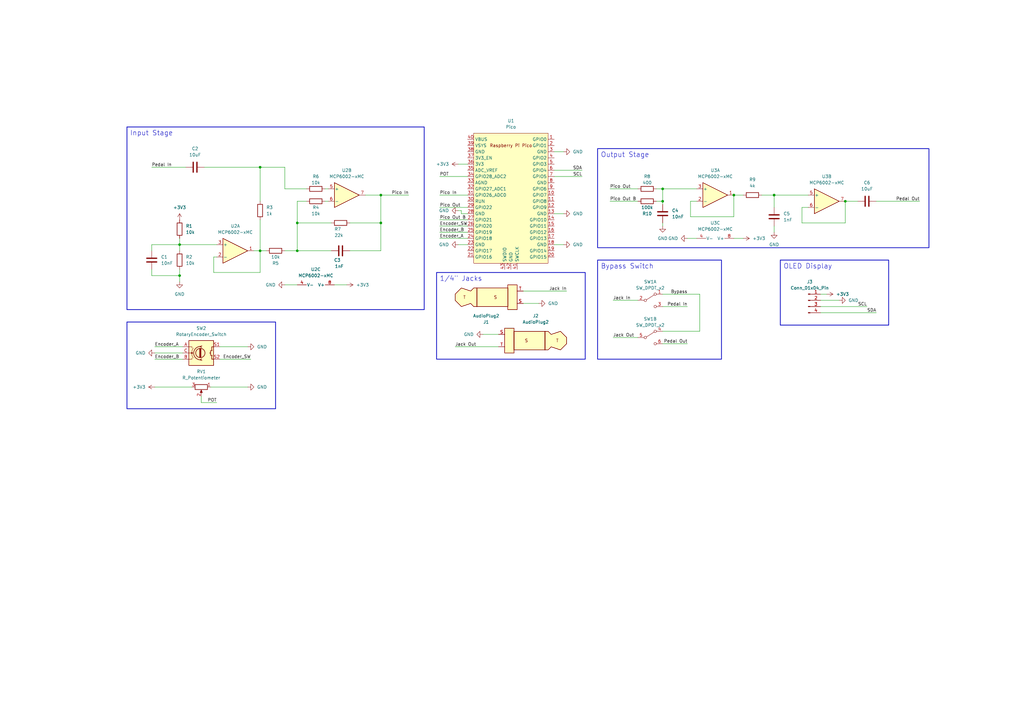
<source format=kicad_sch>
(kicad_sch (version 20230121) (generator eeschema)

  (uuid c05248ca-c632-4e1e-8bea-899d61489a61)

  (paper "A3")

  (title_block
    (title "Pi Pico Guitar Pedal")
  )

  (lib_symbols
    (symbol "Amplifier_Operational:MCP6002-xMC" (pin_names (offset 0.127)) (in_bom yes) (on_board yes)
      (property "Reference" "U2" (at 0 10.16 0)
        (effects (font (size 1.27 1.27)))
      )
      (property "Value" "MCP6002-xMC" (at 0 7.62 0)
        (effects (font (size 1.27 1.27)))
      )
      (property "Footprint" "Package_DIP:DIP-8_W7.62mm_Socket" (at 0 0 0)
        (effects (font (size 1.27 1.27)) hide)
      )
      (property "Datasheet" "http://ww1.microchip.com/downloads/en/DeviceDoc/21733j.pdf" (at 0 0 0)
        (effects (font (size 1.27 1.27)) hide)
      )
      (property "ki_locked" "" (at 0 0 0)
        (effects (font (size 1.27 1.27)))
      )
      (property "ki_keywords" "dual opamp" (at 0 0 0)
        (effects (font (size 1.27 1.27)) hide)
      )
      (property "ki_description" "1MHz, Low-Power Op Amp, DFN-8" (at 0 0 0)
        (effects (font (size 1.27 1.27)) hide)
      )
      (property "ki_fp_filters" "DFN*1EP*3x2mm*P0.5mm*" (at 0 0 0)
        (effects (font (size 1.27 1.27)) hide)
      )
      (symbol "MCP6002-xMC_1_1"
        (polyline
          (pts
            (xy -5.08 5.08)
            (xy 5.08 0)
            (xy -5.08 -5.08)
            (xy -5.08 5.08)
          )
          (stroke (width 0.254) (type default))
          (fill (type background))
        )
        (pin output line (at 7.62 0 180) (length 2.54)
          (name "~" (effects (font (size 1.27 1.27))))
          (number "1" (effects (font (size 1.27 1.27))))
        )
        (pin input line (at -7.62 -2.54 0) (length 2.54)
          (name "-" (effects (font (size 1.27 1.27))))
          (number "2" (effects (font (size 1.27 1.27))))
        )
        (pin input line (at -7.62 2.54 0) (length 2.54)
          (name "+" (effects (font (size 1.27 1.27))))
          (number "3" (effects (font (size 1.27 1.27))))
        )
      )
      (symbol "MCP6002-xMC_2_1"
        (polyline
          (pts
            (xy -5.08 5.08)
            (xy 5.08 0)
            (xy -5.08 -5.08)
            (xy -5.08 5.08)
          )
          (stroke (width 0.254) (type default))
          (fill (type background))
        )
        (pin input line (at -7.62 2.54 0) (length 2.54)
          (name "+" (effects (font (size 1.27 1.27))))
          (number "5" (effects (font (size 1.27 1.27))))
        )
        (pin input line (at -7.62 -2.54 0) (length 2.54)
          (name "-" (effects (font (size 1.27 1.27))))
          (number "6" (effects (font (size 1.27 1.27))))
        )
        (pin output line (at 7.62 0 180) (length 2.54)
          (name "~" (effects (font (size 1.27 1.27))))
          (number "7" (effects (font (size 1.27 1.27))))
        )
      )
      (symbol "MCP6002-xMC_3_1"
        (pin power_in line (at -2.54 -7.62 90) (length 3.81)
          (name "V-" (effects (font (size 1.27 1.27))))
          (number "4" (effects (font (size 1.27 1.27))))
        )
        (pin power_in line (at -2.54 7.62 270) (length 3.81)
          (name "V+" (effects (font (size 1.27 1.27))))
          (number "8" (effects (font (size 1.27 1.27))))
        )
      )
    )
    (symbol "Connector:Conn_01x04_Pin" (pin_names (offset 1.016) hide) (in_bom yes) (on_board yes)
      (property "Reference" "J" (at 0 5.08 0)
        (effects (font (size 1.27 1.27)))
      )
      (property "Value" "Conn_01x04_Pin" (at 0 -7.62 0)
        (effects (font (size 1.27 1.27)))
      )
      (property "Footprint" "" (at 0 0 0)
        (effects (font (size 1.27 1.27)) hide)
      )
      (property "Datasheet" "~" (at 0 0 0)
        (effects (font (size 1.27 1.27)) hide)
      )
      (property "ki_locked" "" (at 0 0 0)
        (effects (font (size 1.27 1.27)))
      )
      (property "ki_keywords" "connector" (at 0 0 0)
        (effects (font (size 1.27 1.27)) hide)
      )
      (property "ki_description" "Generic connector, single row, 01x04, script generated" (at 0 0 0)
        (effects (font (size 1.27 1.27)) hide)
      )
      (property "ki_fp_filters" "Connector*:*_1x??_*" (at 0 0 0)
        (effects (font (size 1.27 1.27)) hide)
      )
      (symbol "Conn_01x04_Pin_1_1"
        (polyline
          (pts
            (xy 1.27 -5.08)
            (xy 0.8636 -5.08)
          )
          (stroke (width 0.1524) (type default))
          (fill (type none))
        )
        (polyline
          (pts
            (xy 1.27 -2.54)
            (xy 0.8636 -2.54)
          )
          (stroke (width 0.1524) (type default))
          (fill (type none))
        )
        (polyline
          (pts
            (xy 1.27 0)
            (xy 0.8636 0)
          )
          (stroke (width 0.1524) (type default))
          (fill (type none))
        )
        (polyline
          (pts
            (xy 1.27 2.54)
            (xy 0.8636 2.54)
          )
          (stroke (width 0.1524) (type default))
          (fill (type none))
        )
        (rectangle (start 0.8636 -4.953) (end 0 -5.207)
          (stroke (width 0.1524) (type default))
          (fill (type outline))
        )
        (rectangle (start 0.8636 -2.413) (end 0 -2.667)
          (stroke (width 0.1524) (type default))
          (fill (type outline))
        )
        (rectangle (start 0.8636 0.127) (end 0 -0.127)
          (stroke (width 0.1524) (type default))
          (fill (type outline))
        )
        (rectangle (start 0.8636 2.667) (end 0 2.413)
          (stroke (width 0.1524) (type default))
          (fill (type outline))
        )
        (pin passive line (at 5.08 2.54 180) (length 3.81)
          (name "Pin_1" (effects (font (size 1.27 1.27))))
          (number "1" (effects (font (size 1.27 1.27))))
        )
        (pin passive line (at 5.08 0 180) (length 3.81)
          (name "Pin_2" (effects (font (size 1.27 1.27))))
          (number "2" (effects (font (size 1.27 1.27))))
        )
        (pin passive line (at 5.08 -2.54 180) (length 3.81)
          (name "Pin_3" (effects (font (size 1.27 1.27))))
          (number "3" (effects (font (size 1.27 1.27))))
        )
        (pin passive line (at 5.08 -5.08 180) (length 3.81)
          (name "Pin_4" (effects (font (size 1.27 1.27))))
          (number "4" (effects (font (size 1.27 1.27))))
        )
      )
    )
    (symbol "Connector_Audio:AudioPlug2" (in_bom yes) (on_board yes)
      (property "Reference" "J" (at 10.16 6.35 0)
        (effects (font (size 1.27 1.27)))
      )
      (property "Value" "AudioPlug2" (at 10.16 -6.35 0)
        (effects (font (size 1.27 1.27)))
      )
      (property "Footprint" "" (at 8.89 -1.27 0)
        (effects (font (size 1.27 1.27)) hide)
      )
      (property "Datasheet" "~" (at 8.89 -1.27 0)
        (effects (font (size 1.27 1.27)) hide)
      )
      (property "ki_keywords" "audio jack plug stereo headphones TRRS connector 2.5mm 3.5mm 6.35mm" (at 0 0 0)
        (effects (font (size 1.27 1.27)) hide)
      )
      (property "ki_description" "Audio Jack, 2 Poles (Mono / TS)" (at 0 0 0)
        (effects (font (size 1.27 1.27)) hide)
      )
      (property "ki_fp_filters" "Plug*" (at 0 0 0)
        (effects (font (size 1.27 1.27)) hide)
      )
      (symbol "AudioPlug2_0_0"
        (text "S" (at 3.81 0 0)
          (effects (font (size 1.27 1.27)))
        )
        (text "T" (at -8.89 0 0)
          (effects (font (size 1.27 1.27)))
        )
      )
      (symbol "AudioPlug2_0_1"
        (rectangle (start -3.81 3.81) (end 8.89 -3.81)
          (stroke (width 0.254) (type default))
          (fill (type background))
        )
        (polyline
          (pts
            (xy -3.81 3.81)
            (xy -5.08 3.81)
            (xy -6.35 2.54)
            (xy -10.16 3.81)
            (xy -12.7 1.27)
            (xy -12.7 -1.27)
            (xy -10.16 -3.81)
            (xy -6.35 -2.54)
            (xy -5.08 -3.81)
            (xy -3.81 -3.81)
            (xy -3.81 3.81)
          )
          (stroke (width 0.254) (type default))
          (fill (type background))
        )
        (rectangle (start 12.7 5.08) (end 8.89 -5.08)
          (stroke (width 0.254) (type default))
          (fill (type background))
        )
      )
      (symbol "AudioPlug2_1_1"
        (pin passive line (at 15.24 2.54 180) (length 2.54)
          (name "~" (effects (font (size 1.27 1.27))))
          (number "S" (effects (font (size 1.27 1.27))))
        )
        (pin passive line (at 15.24 -2.54 180) (length 2.54)
          (name "~" (effects (font (size 1.27 1.27))))
          (number "T" (effects (font (size 1.27 1.27))))
        )
      )
    )
    (symbol "Device:C" (pin_numbers hide) (pin_names (offset 0.254)) (in_bom yes) (on_board yes)
      (property "Reference" "C" (at 0.635 2.54 0)
        (effects (font (size 1.27 1.27)) (justify left))
      )
      (property "Value" "C" (at 0.635 -2.54 0)
        (effects (font (size 1.27 1.27)) (justify left))
      )
      (property "Footprint" "" (at 0.9652 -3.81 0)
        (effects (font (size 1.27 1.27)) hide)
      )
      (property "Datasheet" "~" (at 0 0 0)
        (effects (font (size 1.27 1.27)) hide)
      )
      (property "ki_keywords" "cap capacitor" (at 0 0 0)
        (effects (font (size 1.27 1.27)) hide)
      )
      (property "ki_description" "Unpolarized capacitor" (at 0 0 0)
        (effects (font (size 1.27 1.27)) hide)
      )
      (property "ki_fp_filters" "C_*" (at 0 0 0)
        (effects (font (size 1.27 1.27)) hide)
      )
      (symbol "C_0_1"
        (polyline
          (pts
            (xy -2.032 -0.762)
            (xy 2.032 -0.762)
          )
          (stroke (width 0.508) (type default))
          (fill (type none))
        )
        (polyline
          (pts
            (xy -2.032 0.762)
            (xy 2.032 0.762)
          )
          (stroke (width 0.508) (type default))
          (fill (type none))
        )
      )
      (symbol "C_1_1"
        (pin passive line (at 0 3.81 270) (length 2.794)
          (name "~" (effects (font (size 1.27 1.27))))
          (number "1" (effects (font (size 1.27 1.27))))
        )
        (pin passive line (at 0 -3.81 90) (length 2.794)
          (name "~" (effects (font (size 1.27 1.27))))
          (number "2" (effects (font (size 1.27 1.27))))
        )
      )
    )
    (symbol "Device:R" (pin_numbers hide) (pin_names (offset 0)) (in_bom yes) (on_board yes)
      (property "Reference" "R" (at 2.032 0 90)
        (effects (font (size 1.27 1.27)))
      )
      (property "Value" "R" (at 0 0 90)
        (effects (font (size 1.27 1.27)))
      )
      (property "Footprint" "" (at -1.778 0 90)
        (effects (font (size 1.27 1.27)) hide)
      )
      (property "Datasheet" "~" (at 0 0 0)
        (effects (font (size 1.27 1.27)) hide)
      )
      (property "ki_keywords" "R res resistor" (at 0 0 0)
        (effects (font (size 1.27 1.27)) hide)
      )
      (property "ki_description" "Resistor" (at 0 0 0)
        (effects (font (size 1.27 1.27)) hide)
      )
      (property "ki_fp_filters" "R_*" (at 0 0 0)
        (effects (font (size 1.27 1.27)) hide)
      )
      (symbol "R_0_1"
        (rectangle (start -1.016 -2.54) (end 1.016 2.54)
          (stroke (width 0.254) (type default))
          (fill (type none))
        )
      )
      (symbol "R_1_1"
        (pin passive line (at 0 3.81 270) (length 1.27)
          (name "~" (effects (font (size 1.27 1.27))))
          (number "1" (effects (font (size 1.27 1.27))))
        )
        (pin passive line (at 0 -3.81 90) (length 1.27)
          (name "~" (effects (font (size 1.27 1.27))))
          (number "2" (effects (font (size 1.27 1.27))))
        )
      )
    )
    (symbol "Device:R_Potentiometer" (pin_names (offset 1.016) hide) (in_bom yes) (on_board yes)
      (property "Reference" "RV" (at -4.445 0 90)
        (effects (font (size 1.27 1.27)))
      )
      (property "Value" "R_Potentiometer" (at -2.54 0 90)
        (effects (font (size 1.27 1.27)))
      )
      (property "Footprint" "" (at 0 0 0)
        (effects (font (size 1.27 1.27)) hide)
      )
      (property "Datasheet" "~" (at 0 0 0)
        (effects (font (size 1.27 1.27)) hide)
      )
      (property "ki_keywords" "resistor variable" (at 0 0 0)
        (effects (font (size 1.27 1.27)) hide)
      )
      (property "ki_description" "Potentiometer" (at 0 0 0)
        (effects (font (size 1.27 1.27)) hide)
      )
      (property "ki_fp_filters" "Potentiometer*" (at 0 0 0)
        (effects (font (size 1.27 1.27)) hide)
      )
      (symbol "R_Potentiometer_0_1"
        (polyline
          (pts
            (xy 2.54 0)
            (xy 1.524 0)
          )
          (stroke (width 0) (type default))
          (fill (type none))
        )
        (polyline
          (pts
            (xy 1.143 0)
            (xy 2.286 0.508)
            (xy 2.286 -0.508)
            (xy 1.143 0)
          )
          (stroke (width 0) (type default))
          (fill (type outline))
        )
        (rectangle (start 1.016 2.54) (end -1.016 -2.54)
          (stroke (width 0.254) (type default))
          (fill (type none))
        )
      )
      (symbol "R_Potentiometer_1_1"
        (pin passive line (at 0 3.81 270) (length 1.27)
          (name "1" (effects (font (size 1.27 1.27))))
          (number "1" (effects (font (size 1.27 1.27))))
        )
        (pin passive line (at 3.81 0 180) (length 1.27)
          (name "2" (effects (font (size 1.27 1.27))))
          (number "2" (effects (font (size 1.27 1.27))))
        )
        (pin passive line (at 0 -3.81 90) (length 1.27)
          (name "3" (effects (font (size 1.27 1.27))))
          (number "3" (effects (font (size 1.27 1.27))))
        )
      )
    )
    (symbol "Device:RotaryEncoder_Switch" (pin_names (offset 0.254) hide) (in_bom yes) (on_board yes)
      (property "Reference" "SW" (at 0 6.604 0)
        (effects (font (size 1.27 1.27)))
      )
      (property "Value" "RotaryEncoder_Switch" (at 0 -6.604 0)
        (effects (font (size 1.27 1.27)))
      )
      (property "Footprint" "" (at -3.81 4.064 0)
        (effects (font (size 1.27 1.27)) hide)
      )
      (property "Datasheet" "~" (at 0 6.604 0)
        (effects (font (size 1.27 1.27)) hide)
      )
      (property "ki_keywords" "rotary switch encoder switch push button" (at 0 0 0)
        (effects (font (size 1.27 1.27)) hide)
      )
      (property "ki_description" "Rotary encoder, dual channel, incremental quadrate outputs, with switch" (at 0 0 0)
        (effects (font (size 1.27 1.27)) hide)
      )
      (property "ki_fp_filters" "RotaryEncoder*Switch*" (at 0 0 0)
        (effects (font (size 1.27 1.27)) hide)
      )
      (symbol "RotaryEncoder_Switch_0_1"
        (rectangle (start -5.08 5.08) (end 5.08 -5.08)
          (stroke (width 0.254) (type default))
          (fill (type background))
        )
        (circle (center -3.81 0) (radius 0.254)
          (stroke (width 0) (type default))
          (fill (type outline))
        )
        (circle (center -0.381 0) (radius 1.905)
          (stroke (width 0.254) (type default))
          (fill (type none))
        )
        (arc (start -0.381 2.667) (mid -3.0988 -0.0635) (end -0.381 -2.794)
          (stroke (width 0.254) (type default))
          (fill (type none))
        )
        (polyline
          (pts
            (xy -0.635 -1.778)
            (xy -0.635 1.778)
          )
          (stroke (width 0.254) (type default))
          (fill (type none))
        )
        (polyline
          (pts
            (xy -0.381 -1.778)
            (xy -0.381 1.778)
          )
          (stroke (width 0.254) (type default))
          (fill (type none))
        )
        (polyline
          (pts
            (xy -0.127 1.778)
            (xy -0.127 -1.778)
          )
          (stroke (width 0.254) (type default))
          (fill (type none))
        )
        (polyline
          (pts
            (xy 3.81 0)
            (xy 3.429 0)
          )
          (stroke (width 0.254) (type default))
          (fill (type none))
        )
        (polyline
          (pts
            (xy 3.81 1.016)
            (xy 3.81 -1.016)
          )
          (stroke (width 0.254) (type default))
          (fill (type none))
        )
        (polyline
          (pts
            (xy -5.08 -2.54)
            (xy -3.81 -2.54)
            (xy -3.81 -2.032)
          )
          (stroke (width 0) (type default))
          (fill (type none))
        )
        (polyline
          (pts
            (xy -5.08 2.54)
            (xy -3.81 2.54)
            (xy -3.81 2.032)
          )
          (stroke (width 0) (type default))
          (fill (type none))
        )
        (polyline
          (pts
            (xy 0.254 -3.048)
            (xy -0.508 -2.794)
            (xy 0.127 -2.413)
          )
          (stroke (width 0.254) (type default))
          (fill (type none))
        )
        (polyline
          (pts
            (xy 0.254 2.921)
            (xy -0.508 2.667)
            (xy 0.127 2.286)
          )
          (stroke (width 0.254) (type default))
          (fill (type none))
        )
        (polyline
          (pts
            (xy 5.08 -2.54)
            (xy 4.318 -2.54)
            (xy 4.318 -1.016)
          )
          (stroke (width 0.254) (type default))
          (fill (type none))
        )
        (polyline
          (pts
            (xy 5.08 2.54)
            (xy 4.318 2.54)
            (xy 4.318 1.016)
          )
          (stroke (width 0.254) (type default))
          (fill (type none))
        )
        (polyline
          (pts
            (xy -5.08 0)
            (xy -3.81 0)
            (xy -3.81 -1.016)
            (xy -3.302 -2.032)
          )
          (stroke (width 0) (type default))
          (fill (type none))
        )
        (polyline
          (pts
            (xy -4.318 0)
            (xy -3.81 0)
            (xy -3.81 1.016)
            (xy -3.302 2.032)
          )
          (stroke (width 0) (type default))
          (fill (type none))
        )
        (circle (center 4.318 -1.016) (radius 0.127)
          (stroke (width 0.254) (type default))
          (fill (type none))
        )
        (circle (center 4.318 1.016) (radius 0.127)
          (stroke (width 0.254) (type default))
          (fill (type none))
        )
      )
      (symbol "RotaryEncoder_Switch_1_1"
        (pin passive line (at -7.62 2.54 0) (length 2.54)
          (name "A" (effects (font (size 1.27 1.27))))
          (number "A" (effects (font (size 1.27 1.27))))
        )
        (pin passive line (at -7.62 -2.54 0) (length 2.54)
          (name "B" (effects (font (size 1.27 1.27))))
          (number "B" (effects (font (size 1.27 1.27))))
        )
        (pin passive line (at -7.62 0 0) (length 2.54)
          (name "C" (effects (font (size 1.27 1.27))))
          (number "C" (effects (font (size 1.27 1.27))))
        )
        (pin passive line (at 7.62 2.54 180) (length 2.54)
          (name "S1" (effects (font (size 1.27 1.27))))
          (number "S1" (effects (font (size 1.27 1.27))))
        )
        (pin passive line (at 7.62 -2.54 180) (length 2.54)
          (name "S2" (effects (font (size 1.27 1.27))))
          (number "S2" (effects (font (size 1.27 1.27))))
        )
      )
    )
    (symbol "MCP6002-xMC_1" (pin_names (offset 0.127)) (in_bom yes) (on_board yes)
      (property "Reference" "U3" (at 0 10.16 0)
        (effects (font (size 1.27 1.27)))
      )
      (property "Value" "MCP6002-xMC" (at 0 7.62 0)
        (effects (font (size 1.27 1.27)))
      )
      (property "Footprint" "Package_DIP:DIP-8_W7.62mm_Socket" (at 0 0 0)
        (effects (font (size 1.27 1.27)) hide)
      )
      (property "Datasheet" "http://ww1.microchip.com/downloads/en/DeviceDoc/21733j.pdf" (at 0 0 0)
        (effects (font (size 1.27 1.27)) hide)
      )
      (property "ki_locked" "" (at 0 0 0)
        (effects (font (size 1.27 1.27)))
      )
      (property "ki_keywords" "dual opamp" (at 0 0 0)
        (effects (font (size 1.27 1.27)) hide)
      )
      (property "ki_description" "1MHz, Low-Power Op Amp, DFN-8" (at 0 0 0)
        (effects (font (size 1.27 1.27)) hide)
      )
      (property "ki_fp_filters" "DFN*1EP*3x2mm*P0.5mm*" (at 0 0 0)
        (effects (font (size 1.27 1.27)) hide)
      )
      (symbol "MCP6002-xMC_1_1_1"
        (polyline
          (pts
            (xy -5.08 5.08)
            (xy 5.08 0)
            (xy -5.08 -5.08)
            (xy -5.08 5.08)
          )
          (stroke (width 0.254) (type default))
          (fill (type background))
        )
        (pin output line (at 7.62 0 180) (length 2.54)
          (name "~" (effects (font (size 1.27 1.27))))
          (number "1" (effects (font (size 1.27 1.27))))
        )
        (pin input line (at -7.62 -2.54 0) (length 2.54)
          (name "-" (effects (font (size 1.27 1.27))))
          (number "2" (effects (font (size 1.27 1.27))))
        )
        (pin input line (at -7.62 2.54 0) (length 2.54)
          (name "+" (effects (font (size 1.27 1.27))))
          (number "3" (effects (font (size 1.27 1.27))))
        )
      )
      (symbol "MCP6002-xMC_1_2_1"
        (polyline
          (pts
            (xy -5.08 5.08)
            (xy 5.08 0)
            (xy -5.08 -5.08)
            (xy -5.08 5.08)
          )
          (stroke (width 0.254) (type default))
          (fill (type background))
        )
        (pin input line (at -7.62 2.54 0) (length 2.54)
          (name "+" (effects (font (size 1.27 1.27))))
          (number "5" (effects (font (size 1.27 1.27))))
        )
        (pin input line (at -7.62 -2.54 0) (length 2.54)
          (name "-" (effects (font (size 1.27 1.27))))
          (number "6" (effects (font (size 1.27 1.27))))
        )
        (pin output line (at 7.62 0 180) (length 2.54)
          (name "~" (effects (font (size 1.27 1.27))))
          (number "7" (effects (font (size 1.27 1.27))))
        )
      )
      (symbol "MCP6002-xMC_1_3_1"
        (pin power_in line (at -2.54 -7.62 90) (length 3.81)
          (name "V-" (effects (font (size 1.27 1.27))))
          (number "4" (effects (font (size 1.27 1.27))))
        )
        (pin power_in line (at -2.54 7.62 270) (length 3.81)
          (name "V+" (effects (font (size 1.27 1.27))))
          (number "8" (effects (font (size 1.27 1.27))))
        )
      )
    )
    (symbol "MCP6002-xMC_2" (pin_names (offset 0.127)) (in_bom yes) (on_board yes)
      (property "Reference" "U3" (at 0 10.16 0)
        (effects (font (size 1.27 1.27)))
      )
      (property "Value" "MCP6002-xMC" (at 0 7.62 0)
        (effects (font (size 1.27 1.27)))
      )
      (property "Footprint" "Package_DIP:DIP-8_W7.62mm_Socket" (at 0 0 0)
        (effects (font (size 1.27 1.27)) hide)
      )
      (property "Datasheet" "http://ww1.microchip.com/downloads/en/DeviceDoc/21733j.pdf" (at 0 0 0)
        (effects (font (size 1.27 1.27)) hide)
      )
      (property "ki_locked" "" (at 0 0 0)
        (effects (font (size 1.27 1.27)))
      )
      (property "ki_keywords" "dual opamp" (at 0 0 0)
        (effects (font (size 1.27 1.27)) hide)
      )
      (property "ki_description" "1MHz, Low-Power Op Amp, DFN-8" (at 0 0 0)
        (effects (font (size 1.27 1.27)) hide)
      )
      (property "ki_fp_filters" "DFN*1EP*3x2mm*P0.5mm*" (at 0 0 0)
        (effects (font (size 1.27 1.27)) hide)
      )
      (symbol "MCP6002-xMC_2_1_1"
        (polyline
          (pts
            (xy -5.08 5.08)
            (xy 5.08 0)
            (xy -5.08 -5.08)
            (xy -5.08 5.08)
          )
          (stroke (width 0.254) (type default))
          (fill (type background))
        )
        (pin output line (at 7.62 0 180) (length 2.54)
          (name "~" (effects (font (size 1.27 1.27))))
          (number "1" (effects (font (size 1.27 1.27))))
        )
        (pin input line (at -7.62 -2.54 0) (length 2.54)
          (name "-" (effects (font (size 1.27 1.27))))
          (number "2" (effects (font (size 1.27 1.27))))
        )
        (pin input line (at -7.62 2.54 0) (length 2.54)
          (name "+" (effects (font (size 1.27 1.27))))
          (number "3" (effects (font (size 1.27 1.27))))
        )
      )
      (symbol "MCP6002-xMC_2_2_1"
        (polyline
          (pts
            (xy -5.08 5.08)
            (xy 5.08 0)
            (xy -5.08 -5.08)
            (xy -5.08 5.08)
          )
          (stroke (width 0.254) (type default))
          (fill (type background))
        )
        (pin input line (at -7.62 2.54 0) (length 2.54)
          (name "+" (effects (font (size 1.27 1.27))))
          (number "5" (effects (font (size 1.27 1.27))))
        )
        (pin input line (at -7.62 -2.54 0) (length 2.54)
          (name "-" (effects (font (size 1.27 1.27))))
          (number "6" (effects (font (size 1.27 1.27))))
        )
        (pin output line (at 7.62 0 180) (length 2.54)
          (name "~" (effects (font (size 1.27 1.27))))
          (number "7" (effects (font (size 1.27 1.27))))
        )
      )
      (symbol "MCP6002-xMC_2_3_1"
        (pin power_in line (at -2.54 -7.62 90) (length 3.81)
          (name "V-" (effects (font (size 1.27 1.27))))
          (number "4" (effects (font (size 1.27 1.27))))
        )
        (pin power_in line (at -2.54 7.62 270) (length 3.81)
          (name "V+" (effects (font (size 1.27 1.27))))
          (number "8" (effects (font (size 1.27 1.27))))
        )
      )
    )
    (symbol "MCP6002-xMC_3" (pin_names (offset 0.127)) (in_bom yes) (on_board yes)
      (property "Reference" "U3" (at 0 10.16 0)
        (effects (font (size 1.27 1.27)))
      )
      (property "Value" "MCP6002-xMC" (at 0 7.62 0)
        (effects (font (size 1.27 1.27)))
      )
      (property "Footprint" "Package_DIP:DIP-8_W7.62mm_Socket" (at 0 0 0)
        (effects (font (size 1.27 1.27)) hide)
      )
      (property "Datasheet" "http://ww1.microchip.com/downloads/en/DeviceDoc/21733j.pdf" (at 0 0 0)
        (effects (font (size 1.27 1.27)) hide)
      )
      (property "ki_locked" "" (at 0 0 0)
        (effects (font (size 1.27 1.27)))
      )
      (property "ki_keywords" "dual opamp" (at 0 0 0)
        (effects (font (size 1.27 1.27)) hide)
      )
      (property "ki_description" "1MHz, Low-Power Op Amp, DFN-8" (at 0 0 0)
        (effects (font (size 1.27 1.27)) hide)
      )
      (property "ki_fp_filters" "DFN*1EP*3x2mm*P0.5mm*" (at 0 0 0)
        (effects (font (size 1.27 1.27)) hide)
      )
      (symbol "MCP6002-xMC_3_1_1"
        (polyline
          (pts
            (xy -5.08 5.08)
            (xy 5.08 0)
            (xy -5.08 -5.08)
            (xy -5.08 5.08)
          )
          (stroke (width 0.254) (type default))
          (fill (type background))
        )
        (pin output line (at 7.62 0 180) (length 2.54)
          (name "~" (effects (font (size 1.27 1.27))))
          (number "1" (effects (font (size 1.27 1.27))))
        )
        (pin input line (at -7.62 -2.54 0) (length 2.54)
          (name "-" (effects (font (size 1.27 1.27))))
          (number "2" (effects (font (size 1.27 1.27))))
        )
        (pin input line (at -7.62 2.54 0) (length 2.54)
          (name "+" (effects (font (size 1.27 1.27))))
          (number "3" (effects (font (size 1.27 1.27))))
        )
      )
      (symbol "MCP6002-xMC_3_2_1"
        (polyline
          (pts
            (xy -5.08 5.08)
            (xy 5.08 0)
            (xy -5.08 -5.08)
            (xy -5.08 5.08)
          )
          (stroke (width 0.254) (type default))
          (fill (type background))
        )
        (pin input line (at -7.62 2.54 0) (length 2.54)
          (name "+" (effects (font (size 1.27 1.27))))
          (number "5" (effects (font (size 1.27 1.27))))
        )
        (pin input line (at -7.62 -2.54 0) (length 2.54)
          (name "-" (effects (font (size 1.27 1.27))))
          (number "6" (effects (font (size 1.27 1.27))))
        )
        (pin output line (at 7.62 0 180) (length 2.54)
          (name "~" (effects (font (size 1.27 1.27))))
          (number "7" (effects (font (size 1.27 1.27))))
        )
      )
      (symbol "MCP6002-xMC_3_3_1"
        (pin power_in line (at -2.54 -7.62 90) (length 3.81)
          (name "V-" (effects (font (size 1.27 1.27))))
          (number "4" (effects (font (size 1.27 1.27))))
        )
        (pin power_in line (at -2.54 7.62 270) (length 3.81)
          (name "V+" (effects (font (size 1.27 1.27))))
          (number "8" (effects (font (size 1.27 1.27))))
        )
      )
    )
    (symbol "MCP6002-xMC_4" (pin_names (offset 0.127)) (in_bom yes) (on_board yes)
      (property "Reference" "U2" (at 0 10.16 0)
        (effects (font (size 1.27 1.27)))
      )
      (property "Value" "MCP6002-xMC" (at 0 7.62 0)
        (effects (font (size 1.27 1.27)))
      )
      (property "Footprint" "Package_DIP:DIP-8_W7.62mm_Socket" (at 0 0 0)
        (effects (font (size 1.27 1.27)) hide)
      )
      (property "Datasheet" "http://ww1.microchip.com/downloads/en/DeviceDoc/21733j.pdf" (at 0 0 0)
        (effects (font (size 1.27 1.27)) hide)
      )
      (property "ki_locked" "" (at 0 0 0)
        (effects (font (size 1.27 1.27)))
      )
      (property "ki_keywords" "dual opamp" (at 0 0 0)
        (effects (font (size 1.27 1.27)) hide)
      )
      (property "ki_description" "1MHz, Low-Power Op Amp, DFN-8" (at 0 0 0)
        (effects (font (size 1.27 1.27)) hide)
      )
      (property "ki_fp_filters" "DFN*1EP*3x2mm*P0.5mm*" (at 0 0 0)
        (effects (font (size 1.27 1.27)) hide)
      )
      (symbol "MCP6002-xMC_4_1_1"
        (polyline
          (pts
            (xy -5.08 5.08)
            (xy 5.08 0)
            (xy -5.08 -5.08)
            (xy -5.08 5.08)
          )
          (stroke (width 0.254) (type default))
          (fill (type background))
        )
        (pin output line (at 7.62 0 180) (length 2.54)
          (name "~" (effects (font (size 1.27 1.27))))
          (number "1" (effects (font (size 1.27 1.27))))
        )
        (pin input line (at -7.62 -2.54 0) (length 2.54)
          (name "-" (effects (font (size 1.27 1.27))))
          (number "2" (effects (font (size 1.27 1.27))))
        )
        (pin input line (at -7.62 2.54 0) (length 2.54)
          (name "+" (effects (font (size 1.27 1.27))))
          (number "3" (effects (font (size 1.27 1.27))))
        )
      )
      (symbol "MCP6002-xMC_4_2_1"
        (polyline
          (pts
            (xy -5.08 5.08)
            (xy 5.08 0)
            (xy -5.08 -5.08)
            (xy -5.08 5.08)
          )
          (stroke (width 0.254) (type default))
          (fill (type background))
        )
        (pin input line (at -7.62 2.54 0) (length 2.54)
          (name "+" (effects (font (size 1.27 1.27))))
          (number "5" (effects (font (size 1.27 1.27))))
        )
        (pin input line (at -7.62 -2.54 0) (length 2.54)
          (name "-" (effects (font (size 1.27 1.27))))
          (number "6" (effects (font (size 1.27 1.27))))
        )
        (pin output line (at 7.62 0 180) (length 2.54)
          (name "~" (effects (font (size 1.27 1.27))))
          (number "7" (effects (font (size 1.27 1.27))))
        )
      )
      (symbol "MCP6002-xMC_4_3_1"
        (pin power_in line (at -2.54 -7.62 90) (length 3.81)
          (name "V-" (effects (font (size 1.27 1.27))))
          (number "4" (effects (font (size 1.27 1.27))))
        )
        (pin power_in line (at -2.54 7.62 270) (length 3.81)
          (name "V+" (effects (font (size 1.27 1.27))))
          (number "8" (effects (font (size 1.27 1.27))))
        )
      )
    )
    (symbol "MCP6002-xMC_5" (pin_names (offset 0.127)) (in_bom yes) (on_board yes)
      (property "Reference" "U2" (at 0 10.16 0)
        (effects (font (size 1.27 1.27)))
      )
      (property "Value" "MCP6002-xMC" (at 0 7.62 0)
        (effects (font (size 1.27 1.27)))
      )
      (property "Footprint" "Package_DIP:DIP-8_W7.62mm_Socket" (at 0 0 0)
        (effects (font (size 1.27 1.27)) hide)
      )
      (property "Datasheet" "http://ww1.microchip.com/downloads/en/DeviceDoc/21733j.pdf" (at 0 0 0)
        (effects (font (size 1.27 1.27)) hide)
      )
      (property "ki_locked" "" (at 0 0 0)
        (effects (font (size 1.27 1.27)))
      )
      (property "ki_keywords" "dual opamp" (at 0 0 0)
        (effects (font (size 1.27 1.27)) hide)
      )
      (property "ki_description" "1MHz, Low-Power Op Amp, DFN-8" (at 0 0 0)
        (effects (font (size 1.27 1.27)) hide)
      )
      (property "ki_fp_filters" "DFN*1EP*3x2mm*P0.5mm*" (at 0 0 0)
        (effects (font (size 1.27 1.27)) hide)
      )
      (symbol "MCP6002-xMC_5_1_1"
        (polyline
          (pts
            (xy -5.08 5.08)
            (xy 5.08 0)
            (xy -5.08 -5.08)
            (xy -5.08 5.08)
          )
          (stroke (width 0.254) (type default))
          (fill (type background))
        )
        (pin output line (at 7.62 0 180) (length 2.54)
          (name "~" (effects (font (size 1.27 1.27))))
          (number "1" (effects (font (size 1.27 1.27))))
        )
        (pin input line (at -7.62 -2.54 0) (length 2.54)
          (name "-" (effects (font (size 1.27 1.27))))
          (number "2" (effects (font (size 1.27 1.27))))
        )
        (pin input line (at -7.62 2.54 0) (length 2.54)
          (name "+" (effects (font (size 1.27 1.27))))
          (number "3" (effects (font (size 1.27 1.27))))
        )
      )
      (symbol "MCP6002-xMC_5_2_1"
        (polyline
          (pts
            (xy -5.08 5.08)
            (xy 5.08 0)
            (xy -5.08 -5.08)
            (xy -5.08 5.08)
          )
          (stroke (width 0.254) (type default))
          (fill (type background))
        )
        (pin input line (at -7.62 2.54 0) (length 2.54)
          (name "+" (effects (font (size 1.27 1.27))))
          (number "5" (effects (font (size 1.27 1.27))))
        )
        (pin input line (at -7.62 -2.54 0) (length 2.54)
          (name "-" (effects (font (size 1.27 1.27))))
          (number "6" (effects (font (size 1.27 1.27))))
        )
        (pin output line (at 7.62 0 180) (length 2.54)
          (name "~" (effects (font (size 1.27 1.27))))
          (number "7" (effects (font (size 1.27 1.27))))
        )
      )
      (symbol "MCP6002-xMC_5_3_1"
        (pin power_in line (at -2.54 -7.62 90) (length 3.81)
          (name "V-" (effects (font (size 1.27 1.27))))
          (number "4" (effects (font (size 1.27 1.27))))
        )
        (pin power_in line (at -2.54 7.62 270) (length 3.81)
          (name "V+" (effects (font (size 1.27 1.27))))
          (number "8" (effects (font (size 1.27 1.27))))
        )
      )
    )
    (symbol "MCU_RaspberryPi_and_Boards:Pico" (in_bom yes) (on_board yes)
      (property "Reference" "U" (at -13.97 27.94 0)
        (effects (font (size 1.27 1.27)))
      )
      (property "Value" "Pico" (at 0 19.05 0)
        (effects (font (size 1.27 1.27)))
      )
      (property "Footprint" "RPi_Pico:RPi_Pico_SMD_TH" (at 0 0 90)
        (effects (font (size 1.27 1.27)) hide)
      )
      (property "Datasheet" "" (at 0 0 0)
        (effects (font (size 1.27 1.27)) hide)
      )
      (symbol "Pico_0_0"
        (text "Raspberry Pi Pico" (at 0 21.59 0)
          (effects (font (size 1.27 1.27)))
        )
      )
      (symbol "Pico_0_1"
        (rectangle (start -15.24 26.67) (end 15.24 -26.67)
          (stroke (width 0) (type default))
          (fill (type background))
        )
      )
      (symbol "Pico_1_1"
        (pin bidirectional line (at -17.78 24.13 0) (length 2.54)
          (name "GPIO0" (effects (font (size 1.27 1.27))))
          (number "1" (effects (font (size 1.27 1.27))))
        )
        (pin bidirectional line (at -17.78 1.27 0) (length 2.54)
          (name "GPIO7" (effects (font (size 1.27 1.27))))
          (number "10" (effects (font (size 1.27 1.27))))
        )
        (pin bidirectional line (at -17.78 -1.27 0) (length 2.54)
          (name "GPIO8" (effects (font (size 1.27 1.27))))
          (number "11" (effects (font (size 1.27 1.27))))
        )
        (pin bidirectional line (at -17.78 -3.81 0) (length 2.54)
          (name "GPIO9" (effects (font (size 1.27 1.27))))
          (number "12" (effects (font (size 1.27 1.27))))
        )
        (pin power_in line (at -17.78 -6.35 0) (length 2.54)
          (name "GND" (effects (font (size 1.27 1.27))))
          (number "13" (effects (font (size 1.27 1.27))))
        )
        (pin bidirectional line (at -17.78 -8.89 0) (length 2.54)
          (name "GPIO10" (effects (font (size 1.27 1.27))))
          (number "14" (effects (font (size 1.27 1.27))))
        )
        (pin bidirectional line (at -17.78 -11.43 0) (length 2.54)
          (name "GPIO11" (effects (font (size 1.27 1.27))))
          (number "15" (effects (font (size 1.27 1.27))))
        )
        (pin bidirectional line (at -17.78 -13.97 0) (length 2.54)
          (name "GPIO12" (effects (font (size 1.27 1.27))))
          (number "16" (effects (font (size 1.27 1.27))))
        )
        (pin bidirectional line (at -17.78 -16.51 0) (length 2.54)
          (name "GPIO13" (effects (font (size 1.27 1.27))))
          (number "17" (effects (font (size 1.27 1.27))))
        )
        (pin power_in line (at -17.78 -19.05 0) (length 2.54)
          (name "GND" (effects (font (size 1.27 1.27))))
          (number "18" (effects (font (size 1.27 1.27))))
        )
        (pin bidirectional line (at -17.78 -21.59 0) (length 2.54)
          (name "GPIO14" (effects (font (size 1.27 1.27))))
          (number "19" (effects (font (size 1.27 1.27))))
        )
        (pin bidirectional line (at -17.78 21.59 0) (length 2.54)
          (name "GPIO1" (effects (font (size 1.27 1.27))))
          (number "2" (effects (font (size 1.27 1.27))))
        )
        (pin bidirectional line (at -17.78 -24.13 0) (length 2.54)
          (name "GPIO15" (effects (font (size 1.27 1.27))))
          (number "20" (effects (font (size 1.27 1.27))))
        )
        (pin bidirectional line (at 17.78 -24.13 180) (length 2.54)
          (name "GPIO16" (effects (font (size 1.27 1.27))))
          (number "21" (effects (font (size 1.27 1.27))))
        )
        (pin bidirectional line (at 17.78 -21.59 180) (length 2.54)
          (name "GPIO17" (effects (font (size 1.27 1.27))))
          (number "22" (effects (font (size 1.27 1.27))))
        )
        (pin power_in line (at 17.78 -19.05 180) (length 2.54)
          (name "GND" (effects (font (size 1.27 1.27))))
          (number "23" (effects (font (size 1.27 1.27))))
        )
        (pin bidirectional line (at 17.78 -16.51 180) (length 2.54)
          (name "GPIO18" (effects (font (size 1.27 1.27))))
          (number "24" (effects (font (size 1.27 1.27))))
        )
        (pin bidirectional line (at 17.78 -13.97 180) (length 2.54)
          (name "GPIO19" (effects (font (size 1.27 1.27))))
          (number "25" (effects (font (size 1.27 1.27))))
        )
        (pin bidirectional line (at 17.78 -11.43 180) (length 2.54)
          (name "GPIO20" (effects (font (size 1.27 1.27))))
          (number "26" (effects (font (size 1.27 1.27))))
        )
        (pin bidirectional line (at 17.78 -8.89 180) (length 2.54)
          (name "GPIO21" (effects (font (size 1.27 1.27))))
          (number "27" (effects (font (size 1.27 1.27))))
        )
        (pin power_in line (at 17.78 -6.35 180) (length 2.54)
          (name "GND" (effects (font (size 1.27 1.27))))
          (number "28" (effects (font (size 1.27 1.27))))
        )
        (pin bidirectional line (at 17.78 -3.81 180) (length 2.54)
          (name "GPIO22" (effects (font (size 1.27 1.27))))
          (number "29" (effects (font (size 1.27 1.27))))
        )
        (pin power_in line (at -17.78 19.05 0) (length 2.54)
          (name "GND" (effects (font (size 1.27 1.27))))
          (number "3" (effects (font (size 1.27 1.27))))
        )
        (pin input line (at 17.78 -1.27 180) (length 2.54)
          (name "RUN" (effects (font (size 1.27 1.27))))
          (number "30" (effects (font (size 1.27 1.27))))
        )
        (pin bidirectional line (at 17.78 1.27 180) (length 2.54)
          (name "GPIO26_ADC0" (effects (font (size 1.27 1.27))))
          (number "31" (effects (font (size 1.27 1.27))))
        )
        (pin bidirectional line (at 17.78 3.81 180) (length 2.54)
          (name "GPIO27_ADC1" (effects (font (size 1.27 1.27))))
          (number "32" (effects (font (size 1.27 1.27))))
        )
        (pin power_in line (at 17.78 6.35 180) (length 2.54)
          (name "AGND" (effects (font (size 1.27 1.27))))
          (number "33" (effects (font (size 1.27 1.27))))
        )
        (pin bidirectional line (at 17.78 8.89 180) (length 2.54)
          (name "GPIO28_ADC2" (effects (font (size 1.27 1.27))))
          (number "34" (effects (font (size 1.27 1.27))))
        )
        (pin power_in line (at 17.78 11.43 180) (length 2.54)
          (name "ADC_VREF" (effects (font (size 1.27 1.27))))
          (number "35" (effects (font (size 1.27 1.27))))
        )
        (pin power_in line (at 17.78 13.97 180) (length 2.54)
          (name "3V3" (effects (font (size 1.27 1.27))))
          (number "36" (effects (font (size 1.27 1.27))))
        )
        (pin input line (at 17.78 16.51 180) (length 2.54)
          (name "3V3_EN" (effects (font (size 1.27 1.27))))
          (number "37" (effects (font (size 1.27 1.27))))
        )
        (pin bidirectional line (at 17.78 19.05 180) (length 2.54)
          (name "GND" (effects (font (size 1.27 1.27))))
          (number "38" (effects (font (size 1.27 1.27))))
        )
        (pin power_in line (at 17.78 21.59 180) (length 2.54)
          (name "VSYS" (effects (font (size 1.27 1.27))))
          (number "39" (effects (font (size 1.27 1.27))))
        )
        (pin bidirectional line (at -17.78 16.51 0) (length 2.54)
          (name "GPIO2" (effects (font (size 1.27 1.27))))
          (number "4" (effects (font (size 1.27 1.27))))
        )
        (pin power_in line (at 17.78 24.13 180) (length 2.54)
          (name "VBUS" (effects (font (size 1.27 1.27))))
          (number "40" (effects (font (size 1.27 1.27))))
        )
        (pin input line (at -2.54 -29.21 90) (length 2.54)
          (name "SWCLK" (effects (font (size 1.27 1.27))))
          (number "41" (effects (font (size 1.27 1.27))))
        )
        (pin power_in line (at 0 -29.21 90) (length 2.54)
          (name "GND" (effects (font (size 1.27 1.27))))
          (number "42" (effects (font (size 1.27 1.27))))
        )
        (pin bidirectional line (at 2.54 -29.21 90) (length 2.54)
          (name "SWDIO" (effects (font (size 1.27 1.27))))
          (number "43" (effects (font (size 1.27 1.27))))
        )
        (pin bidirectional line (at -17.78 13.97 0) (length 2.54)
          (name "GPIO3" (effects (font (size 1.27 1.27))))
          (number "5" (effects (font (size 1.27 1.27))))
        )
        (pin bidirectional line (at -17.78 11.43 0) (length 2.54)
          (name "GPIO4" (effects (font (size 1.27 1.27))))
          (number "6" (effects (font (size 1.27 1.27))))
        )
        (pin bidirectional line (at -17.78 8.89 0) (length 2.54)
          (name "GPIO5" (effects (font (size 1.27 1.27))))
          (number "7" (effects (font (size 1.27 1.27))))
        )
        (pin power_in line (at -17.78 6.35 0) (length 2.54)
          (name "GND" (effects (font (size 1.27 1.27))))
          (number "8" (effects (font (size 1.27 1.27))))
        )
        (pin bidirectional line (at -17.78 3.81 0) (length 2.54)
          (name "GPIO6" (effects (font (size 1.27 1.27))))
          (number "9" (effects (font (size 1.27 1.27))))
        )
      )
    )
    (symbol "Switch:SW_DPDT_x2" (pin_names (offset 0) hide) (in_bom yes) (on_board yes)
      (property "Reference" "SW" (at 0 4.318 0)
        (effects (font (size 1.27 1.27)))
      )
      (property "Value" "SW_DPDT_x2" (at 0 -5.08 0)
        (effects (font (size 1.27 1.27)))
      )
      (property "Footprint" "" (at 0 0 0)
        (effects (font (size 1.27 1.27)) hide)
      )
      (property "Datasheet" "~" (at 0 0 0)
        (effects (font (size 1.27 1.27)) hide)
      )
      (property "ki_keywords" "switch dual-pole double-throw DPDT spdt ON-ON" (at 0 0 0)
        (effects (font (size 1.27 1.27)) hide)
      )
      (property "ki_description" "Switch, dual pole double throw, separate symbols" (at 0 0 0)
        (effects (font (size 1.27 1.27)) hide)
      )
      (property "ki_fp_filters" "SW*DPDT*" (at 0 0 0)
        (effects (font (size 1.27 1.27)) hide)
      )
      (symbol "SW_DPDT_x2_0_0"
        (circle (center -2.032 0) (radius 0.508)
          (stroke (width 0) (type default))
          (fill (type none))
        )
        (circle (center 2.032 -2.54) (radius 0.508)
          (stroke (width 0) (type default))
          (fill (type none))
        )
      )
      (symbol "SW_DPDT_x2_0_1"
        (polyline
          (pts
            (xy -1.524 0.254)
            (xy 1.651 2.286)
          )
          (stroke (width 0) (type default))
          (fill (type none))
        )
        (circle (center 2.032 2.54) (radius 0.508)
          (stroke (width 0) (type default))
          (fill (type none))
        )
      )
      (symbol "SW_DPDT_x2_1_1"
        (pin passive line (at 5.08 2.54 180) (length 2.54)
          (name "A" (effects (font (size 1.27 1.27))))
          (number "1" (effects (font (size 1.27 1.27))))
        )
        (pin passive line (at -5.08 0 0) (length 2.54)
          (name "B" (effects (font (size 1.27 1.27))))
          (number "2" (effects (font (size 1.27 1.27))))
        )
        (pin passive line (at 5.08 -2.54 180) (length 2.54)
          (name "C" (effects (font (size 1.27 1.27))))
          (number "3" (effects (font (size 1.27 1.27))))
        )
      )
      (symbol "SW_DPDT_x2_2_1"
        (pin passive line (at 5.08 2.54 180) (length 2.54)
          (name "A" (effects (font (size 1.27 1.27))))
          (number "4" (effects (font (size 1.27 1.27))))
        )
        (pin passive line (at -5.08 0 0) (length 2.54)
          (name "B" (effects (font (size 1.27 1.27))))
          (number "5" (effects (font (size 1.27 1.27))))
        )
        (pin passive line (at 5.08 -2.54 180) (length 2.54)
          (name "C" (effects (font (size 1.27 1.27))))
          (number "6" (effects (font (size 1.27 1.27))))
        )
      )
    )
    (symbol "power:+3V3" (power) (pin_names (offset 0)) (in_bom yes) (on_board yes)
      (property "Reference" "#PWR" (at 0 -3.81 0)
        (effects (font (size 1.27 1.27)) hide)
      )
      (property "Value" "+3V3" (at 0 3.556 0)
        (effects (font (size 1.27 1.27)))
      )
      (property "Footprint" "" (at 0 0 0)
        (effects (font (size 1.27 1.27)) hide)
      )
      (property "Datasheet" "" (at 0 0 0)
        (effects (font (size 1.27 1.27)) hide)
      )
      (property "ki_keywords" "global power" (at 0 0 0)
        (effects (font (size 1.27 1.27)) hide)
      )
      (property "ki_description" "Power symbol creates a global label with name \"+3V3\"" (at 0 0 0)
        (effects (font (size 1.27 1.27)) hide)
      )
      (symbol "+3V3_0_1"
        (polyline
          (pts
            (xy -0.762 1.27)
            (xy 0 2.54)
          )
          (stroke (width 0) (type default))
          (fill (type none))
        )
        (polyline
          (pts
            (xy 0 0)
            (xy 0 2.54)
          )
          (stroke (width 0) (type default))
          (fill (type none))
        )
        (polyline
          (pts
            (xy 0 2.54)
            (xy 0.762 1.27)
          )
          (stroke (width 0) (type default))
          (fill (type none))
        )
      )
      (symbol "+3V3_1_1"
        (pin power_in line (at 0 0 90) (length 0) hide
          (name "+3V3" (effects (font (size 1.27 1.27))))
          (number "1" (effects (font (size 1.27 1.27))))
        )
      )
    )
    (symbol "power:GND" (power) (pin_names (offset 0)) (in_bom yes) (on_board yes)
      (property "Reference" "#PWR" (at 0 -6.35 0)
        (effects (font (size 1.27 1.27)) hide)
      )
      (property "Value" "GND" (at 0 -3.81 0)
        (effects (font (size 1.27 1.27)))
      )
      (property "Footprint" "" (at 0 0 0)
        (effects (font (size 1.27 1.27)) hide)
      )
      (property "Datasheet" "" (at 0 0 0)
        (effects (font (size 1.27 1.27)) hide)
      )
      (property "ki_keywords" "global power" (at 0 0 0)
        (effects (font (size 1.27 1.27)) hide)
      )
      (property "ki_description" "Power symbol creates a global label with name \"GND\" , ground" (at 0 0 0)
        (effects (font (size 1.27 1.27)) hide)
      )
      (symbol "GND_0_1"
        (polyline
          (pts
            (xy 0 0)
            (xy 0 -1.27)
            (xy 1.27 -1.27)
            (xy 0 -2.54)
            (xy -1.27 -1.27)
            (xy 0 -1.27)
          )
          (stroke (width 0) (type default))
          (fill (type none))
        )
      )
      (symbol "GND_1_1"
        (pin power_in line (at 0 0 270) (length 0) hide
          (name "GND" (effects (font (size 1.27 1.27))))
          (number "1" (effects (font (size 1.27 1.27))))
        )
      )
    )
  )

  (junction (at 317.5 80.01) (diameter 0) (color 0 0 0 0)
    (uuid 06044ae7-0faf-4c3e-b58a-fde65c0f2de1)
  )
  (junction (at 106.68 102.87) (diameter 0) (color 0 0 0 0)
    (uuid 0b23d295-2982-44c6-87dd-04afbd123675)
  )
  (junction (at 73.66 100.33) (diameter 0) (color 0 0 0 0)
    (uuid 0e19ab19-5b66-4d2e-bf31-ead12e9f592b)
  )
  (junction (at 156.21 80.01) (diameter 0) (color 0 0 0 0)
    (uuid 5321ba25-4ebd-4592-95d1-d58691b5c322)
  )
  (junction (at 106.68 68.58) (diameter 0) (color 0 0 0 0)
    (uuid 666b24fc-bc0d-4233-aefb-69dc33596181)
  )
  (junction (at 73.66 113.03) (diameter 0) (color 0 0 0 0)
    (uuid 6b8740dc-1d74-4df0-b7ab-292bfe8ce1fb)
  )
  (junction (at 271.78 82.55) (diameter 0) (color 0 0 0 0)
    (uuid 8a76bf44-d30e-4293-9555-3d76b3121d17)
  )
  (junction (at 156.21 91.44) (diameter 0) (color 0 0 0 0)
    (uuid 95940fbb-4dde-409a-b8e3-ea76c6484dee)
  )
  (junction (at 300.99 80.01) (diameter 0) (color 0 0 0 0)
    (uuid a76bb2c3-62bc-4b4a-a13a-0e5120ea5e8e)
  )
  (junction (at 346.71 82.55) (diameter 0) (color 0 0 0 0)
    (uuid c3a98bc7-4ea3-486c-bb80-22527adea69d)
  )
  (junction (at 121.92 102.87) (diameter 0) (color 0 0 0 0)
    (uuid e780c691-6528-4c2c-95c4-62d6562eee89)
  )
  (junction (at 271.78 77.47) (diameter 0) (color 0 0 0 0)
    (uuid f43bad3d-08e4-4504-8103-049b113699ca)
  )
  (junction (at 121.92 91.44) (diameter 0) (color 0 0 0 0)
    (uuid fbb94019-a5ac-4b7d-81b6-97bb2c7f9b2f)
  )

  (wire (pts (xy 317.5 95.25) (xy 317.5 92.71))
    (stroke (width 0) (type default))
    (uuid 012c49c1-3650-4129-86f5-7b3e63350852)
  )
  (wire (pts (xy 317.5 80.01) (xy 331.47 80.01))
    (stroke (width 0) (type default))
    (uuid 01bf7f51-f2df-43fd-ba81-658bfdfe1502)
  )
  (wire (pts (xy 121.92 82.55) (xy 121.92 91.44))
    (stroke (width 0) (type default))
    (uuid 052aea19-3f69-4558-b01b-c6e6fdb7c8f2)
  )
  (wire (pts (xy 187.96 86.36) (xy 189.23 86.36))
    (stroke (width 0) (type default))
    (uuid 1012a10d-cac0-402f-812c-b514bd14fda7)
  )
  (wire (pts (xy 336.55 125.73) (xy 355.6 125.73))
    (stroke (width 0) (type default))
    (uuid 13bebc96-b60c-42f2-b6c4-d3afbd985c44)
  )
  (wire (pts (xy 142.24 116.84) (xy 137.16 116.84))
    (stroke (width 0) (type default))
    (uuid 180552a4-0810-43c1-a842-708bc11f3f19)
  )
  (wire (pts (xy 251.46 138.43) (xy 261.62 138.43))
    (stroke (width 0) (type default))
    (uuid 18ab511e-4617-4b6b-8119-9bf892e22941)
  )
  (wire (pts (xy 304.8 97.79) (xy 300.99 97.79))
    (stroke (width 0) (type default))
    (uuid 19ee78b3-4820-41d6-85a5-c9c23be9c43c)
  )
  (wire (pts (xy 62.23 113.03) (xy 62.23 110.49))
    (stroke (width 0) (type default))
    (uuid 19f7e4f6-7c68-4f36-add4-25a98a6bc179)
  )
  (wire (pts (xy 82.55 165.1) (xy 88.9 165.1))
    (stroke (width 0) (type default))
    (uuid 1aab7bee-20e0-4a63-b742-5c781978bee2)
  )
  (wire (pts (xy 312.42 80.01) (xy 317.5 80.01))
    (stroke (width 0) (type default))
    (uuid 1cfd7317-4a82-49c3-a9ca-d1c426a0c19d)
  )
  (wire (pts (xy 87.63 111.76) (xy 106.68 111.76))
    (stroke (width 0) (type default))
    (uuid 2017ff06-db15-4dd6-a663-62c0c8e5a2c9)
  )
  (wire (pts (xy 271.78 82.55) (xy 271.78 77.47))
    (stroke (width 0) (type default))
    (uuid 20ba973e-6b97-4f9a-8381-121af05b978c)
  )
  (wire (pts (xy 180.34 95.25) (xy 191.77 95.25))
    (stroke (width 0) (type default))
    (uuid 253cdaf6-b5f2-45e8-8ff5-12f600220ea0)
  )
  (wire (pts (xy 336.55 120.65) (xy 339.09 120.65))
    (stroke (width 0) (type default))
    (uuid 265b8f20-b0f1-47da-959c-1bdc7cc01615)
  )
  (wire (pts (xy 285.75 82.55) (xy 283.21 82.55))
    (stroke (width 0) (type default))
    (uuid 2768ddc2-a352-4bb3-b763-77b32285dbfe)
  )
  (wire (pts (xy 300.99 80.01) (xy 304.8 80.01))
    (stroke (width 0) (type default))
    (uuid 28b72439-3de0-4166-893f-b8c50c9505a7)
  )
  (wire (pts (xy 87.63 105.41) (xy 88.9 105.41))
    (stroke (width 0) (type default))
    (uuid 28ce5720-1871-4ca6-813d-3fb5704a7050)
  )
  (wire (pts (xy 121.92 91.44) (xy 135.89 91.44))
    (stroke (width 0) (type default))
    (uuid 28de7f88-9753-4ea1-b958-5852e1763b2a)
  )
  (wire (pts (xy 143.51 102.87) (xy 156.21 102.87))
    (stroke (width 0) (type default))
    (uuid 29c81459-347e-4ab7-9069-2a913c45707e)
  )
  (wire (pts (xy 106.68 102.87) (xy 109.22 102.87))
    (stroke (width 0) (type default))
    (uuid 2a8179a8-27f2-4edb-a78a-e6c84552dcb9)
  )
  (wire (pts (xy 271.78 92.71) (xy 271.78 91.44))
    (stroke (width 0) (type default))
    (uuid 2e1791dd-2f02-42fb-ac00-7f075bd70818)
  )
  (wire (pts (xy 227.33 69.85) (xy 238.76 69.85))
    (stroke (width 0) (type default))
    (uuid 3045d505-e55d-4e4b-843b-310668f5a88b)
  )
  (wire (pts (xy 82.55 162.56) (xy 82.55 165.1))
    (stroke (width 0) (type default))
    (uuid 3187422d-39da-407f-9da8-464ca06b3267)
  )
  (wire (pts (xy 283.21 82.55) (xy 283.21 88.9))
    (stroke (width 0) (type default))
    (uuid 31d450ac-7c5a-4424-9be5-354a89a9a171)
  )
  (wire (pts (xy 198.12 137.16) (xy 204.47 137.16))
    (stroke (width 0) (type default))
    (uuid 3631ed85-4243-4ca1-8dfb-5dd080bb9a21)
  )
  (wire (pts (xy 346.71 82.55) (xy 351.79 82.55))
    (stroke (width 0) (type default))
    (uuid 389c042b-480d-4160-81d7-1386e1f3f390)
  )
  (wire (pts (xy 62.23 100.33) (xy 73.66 100.33))
    (stroke (width 0) (type default))
    (uuid 38bec009-d061-4e30-8005-08ffb14de38d)
  )
  (wire (pts (xy 180.34 80.01) (xy 191.77 80.01))
    (stroke (width 0) (type default))
    (uuid 3981565a-f1c8-45c7-8323-05c942e34708)
  )
  (wire (pts (xy 116.84 68.58) (xy 116.84 77.47))
    (stroke (width 0) (type default))
    (uuid 3c360932-5574-49f7-9896-aa80828360b9)
  )
  (wire (pts (xy 87.63 105.41) (xy 87.63 111.76))
    (stroke (width 0) (type default))
    (uuid 3c84ba9f-575b-4293-91c4-53fdd05509a3)
  )
  (wire (pts (xy 63.5 142.24) (xy 74.93 142.24))
    (stroke (width 0) (type default))
    (uuid 3d1d7675-4119-4189-912c-4fa826a6baba)
  )
  (wire (pts (xy 116.84 77.47) (xy 125.73 77.47))
    (stroke (width 0) (type default))
    (uuid 3d25ee83-493c-4476-87e4-d0354c5a5e99)
  )
  (wire (pts (xy 180.34 72.39) (xy 191.77 72.39))
    (stroke (width 0) (type default))
    (uuid 3f780ce6-16cb-45ab-b072-cd53f3e8a567)
  )
  (wire (pts (xy 269.24 82.55) (xy 271.78 82.55))
    (stroke (width 0) (type default))
    (uuid 44b579d2-46b6-408e-a8c5-7fdf299bb647)
  )
  (wire (pts (xy 186.69 142.24) (xy 204.47 142.24))
    (stroke (width 0) (type default))
    (uuid 48052eb5-5181-45bd-a5a9-dd0ee2cda710)
  )
  (wire (pts (xy 86.36 158.75) (xy 101.6 158.75))
    (stroke (width 0) (type default))
    (uuid 48391972-71a2-482d-9ebb-15137fcdcf93)
  )
  (wire (pts (xy 73.66 110.49) (xy 73.66 113.03))
    (stroke (width 0) (type default))
    (uuid 485ff041-ab6d-4f45-a3ba-91bc1b53b0b6)
  )
  (wire (pts (xy 90.17 142.24) (xy 101.6 142.24))
    (stroke (width 0) (type default))
    (uuid 496db311-3feb-45ea-beef-2c9f7778034e)
  )
  (wire (pts (xy 300.99 88.9) (xy 300.99 80.01))
    (stroke (width 0) (type default))
    (uuid 4c7dc30f-2e71-417f-bdb7-6ffe86d26d45)
  )
  (wire (pts (xy 251.46 123.19) (xy 261.62 123.19))
    (stroke (width 0) (type default))
    (uuid 4ddd8b52-5383-43db-af8d-949422d36696)
  )
  (wire (pts (xy 134.62 82.55) (xy 133.35 82.55))
    (stroke (width 0) (type default))
    (uuid 56a2b699-6634-4cd2-817f-6324a97c26c3)
  )
  (wire (pts (xy 336.55 123.19) (xy 344.17 123.19))
    (stroke (width 0) (type default))
    (uuid 5fb2b4d8-3a82-47de-b212-60a6f2ed94c1)
  )
  (wire (pts (xy 156.21 80.01) (xy 167.64 80.01))
    (stroke (width 0) (type default))
    (uuid 6068a4be-a139-4bdb-b5f0-40be50cadbaf)
  )
  (wire (pts (xy 63.5 158.75) (xy 78.74 158.75))
    (stroke (width 0) (type default))
    (uuid 65010584-0113-42e2-875c-86b5e260e70e)
  )
  (wire (pts (xy 269.24 77.47) (xy 271.78 77.47))
    (stroke (width 0) (type default))
    (uuid 68263eb6-c4ba-4ff5-bc38-ab735accc097)
  )
  (wire (pts (xy 328.93 85.09) (xy 328.93 91.44))
    (stroke (width 0) (type default))
    (uuid 69dd5abb-1c28-4886-9d8f-65a300f5861e)
  )
  (wire (pts (xy 287.02 135.89) (xy 271.78 135.89))
    (stroke (width 0) (type default))
    (uuid 6ef3c8d8-fb2a-4fea-8dc6-cd2298b39b63)
  )
  (wire (pts (xy 227.33 72.39) (xy 238.76 72.39))
    (stroke (width 0) (type default))
    (uuid 6fe5c339-4daa-4d25-9ec3-a433ed992e25)
  )
  (wire (pts (xy 62.23 100.33) (xy 62.23 102.87))
    (stroke (width 0) (type default))
    (uuid 716bd807-584a-4352-a997-89da4269d6f6)
  )
  (wire (pts (xy 73.66 97.79) (xy 73.66 100.33))
    (stroke (width 0) (type default))
    (uuid 733a02da-1f53-4989-8812-9436458a740f)
  )
  (wire (pts (xy 156.21 91.44) (xy 156.21 102.87))
    (stroke (width 0) (type default))
    (uuid 75a18b35-4a60-4846-bf19-b13619e221c6)
  )
  (wire (pts (xy 143.51 91.44) (xy 156.21 91.44))
    (stroke (width 0) (type default))
    (uuid 7bfde819-a1d1-40aa-9881-be62693f81f5)
  )
  (wire (pts (xy 106.68 90.17) (xy 106.68 102.87))
    (stroke (width 0) (type default))
    (uuid 7f2c9f95-ee8c-4ef4-ad18-9b0c934a84a4)
  )
  (wire (pts (xy 63.5 147.32) (xy 74.93 147.32))
    (stroke (width 0) (type default))
    (uuid 810ec768-d7f5-4471-9440-9bddf4cce1b6)
  )
  (wire (pts (xy 62.23 113.03) (xy 73.66 113.03))
    (stroke (width 0) (type default))
    (uuid 846ee835-4754-4c44-97a8-62f02158c1c9)
  )
  (wire (pts (xy 271.78 83.82) (xy 271.78 82.55))
    (stroke (width 0) (type default))
    (uuid 8ae2fb7d-703a-4b25-91df-300ca0982e36)
  )
  (wire (pts (xy 250.19 77.47) (xy 261.62 77.47))
    (stroke (width 0) (type default))
    (uuid 8c9f512b-2fb4-4aad-8be7-bd6902074f67)
  )
  (wire (pts (xy 62.23 68.58) (xy 76.2 68.58))
    (stroke (width 0) (type default))
    (uuid 8cebc4be-1c81-439e-bae4-65603ca2b19e)
  )
  (wire (pts (xy 328.93 91.44) (xy 346.71 91.44))
    (stroke (width 0) (type default))
    (uuid 8ec54559-b43c-489d-bcb4-07bfb7194a84)
  )
  (wire (pts (xy 231.14 87.63) (xy 227.33 87.63))
    (stroke (width 0) (type default))
    (uuid 90249559-387d-455d-90f6-cb5fc919ccf5)
  )
  (wire (pts (xy 271.78 120.65) (xy 287.02 120.65))
    (stroke (width 0) (type default))
    (uuid 9082fd84-70d2-4bad-a2cf-1dba1dce01a9)
  )
  (wire (pts (xy 336.55 128.27) (xy 359.41 128.27))
    (stroke (width 0) (type default))
    (uuid 92cd0e42-b1e9-4be7-be30-ba6d90dc7108)
  )
  (wire (pts (xy 317.5 80.01) (xy 317.5 85.09))
    (stroke (width 0) (type default))
    (uuid 93639d66-bc08-4d12-9628-ce44d8ac1b37)
  )
  (wire (pts (xy 133.35 77.47) (xy 134.62 77.47))
    (stroke (width 0) (type default))
    (uuid 953fd2b3-81f9-4619-b86b-ce9578028dec)
  )
  (wire (pts (xy 231.14 100.33) (xy 227.33 100.33))
    (stroke (width 0) (type default))
    (uuid 96c8d8eb-04a3-4631-9c61-a24b4a59bd68)
  )
  (wire (pts (xy 121.92 102.87) (xy 135.89 102.87))
    (stroke (width 0) (type default))
    (uuid 98e7927f-da76-4ff6-b423-2bf73b9aad36)
  )
  (wire (pts (xy 281.94 97.79) (xy 285.75 97.79))
    (stroke (width 0) (type default))
    (uuid 992b5d87-5590-4b23-a15d-2a801d5c7e51)
  )
  (wire (pts (xy 106.68 111.76) (xy 106.68 102.87))
    (stroke (width 0) (type default))
    (uuid a1ea09f3-11ab-49bd-9362-910f05a26ced)
  )
  (wire (pts (xy 214.63 119.38) (xy 232.41 119.38))
    (stroke (width 0) (type default))
    (uuid a649b4b0-7b3b-482d-b558-f877e2fcf8e0)
  )
  (wire (pts (xy 73.66 115.57) (xy 73.66 113.03))
    (stroke (width 0) (type default))
    (uuid a7d92152-506b-4ce8-a56f-e98c0008880c)
  )
  (wire (pts (xy 271.78 77.47) (xy 285.75 77.47))
    (stroke (width 0) (type default))
    (uuid aa83680a-4121-40c9-9268-439cd9fdcb54)
  )
  (wire (pts (xy 156.21 80.01) (xy 156.21 91.44))
    (stroke (width 0) (type default))
    (uuid af25f075-2755-4be8-8f82-cbd673e779a5)
  )
  (wire (pts (xy 189.23 86.36) (xy 189.23 87.63))
    (stroke (width 0) (type default))
    (uuid b07b0dea-433d-49af-9bfa-b044b3b2f759)
  )
  (wire (pts (xy 287.02 120.65) (xy 287.02 135.89))
    (stroke (width 0) (type default))
    (uuid b164f8da-fb1c-4837-9258-d641d37690a5)
  )
  (wire (pts (xy 149.86 80.01) (xy 156.21 80.01))
    (stroke (width 0) (type default))
    (uuid b389c4a7-4031-4908-b821-39d7b82645fe)
  )
  (wire (pts (xy 271.78 125.73) (xy 281.94 125.73))
    (stroke (width 0) (type default))
    (uuid b7738e3f-e210-4c7b-aad2-fcb1796f0778)
  )
  (wire (pts (xy 283.21 88.9) (xy 300.99 88.9))
    (stroke (width 0) (type default))
    (uuid b8457359-0b45-46b8-9bec-cc53871ad4f4)
  )
  (wire (pts (xy 180.34 85.09) (xy 191.77 85.09))
    (stroke (width 0) (type default))
    (uuid b90815f5-28ff-4149-a9a6-a459e511580d)
  )
  (wire (pts (xy 121.92 91.44) (xy 121.92 102.87))
    (stroke (width 0) (type default))
    (uuid b9f6d9c0-e6fa-46e6-96d8-34732fd1a9a9)
  )
  (wire (pts (xy 180.34 90.17) (xy 191.77 90.17))
    (stroke (width 0) (type default))
    (uuid bac4d601-d822-4e50-a5e1-57e7c5ed052f)
  )
  (wire (pts (xy 63.5 144.78) (xy 74.93 144.78))
    (stroke (width 0) (type default))
    (uuid bdd758f4-c7f9-40e0-91d9-1f95837956d0)
  )
  (wire (pts (xy 189.23 87.63) (xy 191.77 87.63))
    (stroke (width 0) (type default))
    (uuid c24b061d-93e4-493c-8ca3-9aa5f3aca4da)
  )
  (wire (pts (xy 116.84 102.87) (xy 121.92 102.87))
    (stroke (width 0) (type default))
    (uuid cec7ef63-593b-4b39-bb33-6a274a43f343)
  )
  (wire (pts (xy 180.34 92.71) (xy 191.77 92.71))
    (stroke (width 0) (type default))
    (uuid cf5f7698-9578-4b4d-9f18-8881a4a77a76)
  )
  (wire (pts (xy 106.68 68.58) (xy 116.84 68.58))
    (stroke (width 0) (type default))
    (uuid d1c6b2ae-2f32-4b17-b2c3-07fd65fc6d4c)
  )
  (wire (pts (xy 73.66 100.33) (xy 88.9 100.33))
    (stroke (width 0) (type default))
    (uuid d627c8d7-d6b7-45ac-82c0-5d1780348fb7)
  )
  (wire (pts (xy 106.68 68.58) (xy 106.68 82.55))
    (stroke (width 0) (type default))
    (uuid d699adf5-a094-4fd4-983c-520e8d04a566)
  )
  (wire (pts (xy 187.96 100.33) (xy 191.77 100.33))
    (stroke (width 0) (type default))
    (uuid d76966e1-fcab-4802-a549-b980bcea6d93)
  )
  (wire (pts (xy 73.66 100.33) (xy 73.66 102.87))
    (stroke (width 0) (type default))
    (uuid d9809bb2-fda9-4791-accc-488670308a71)
  )
  (wire (pts (xy 346.71 91.44) (xy 346.71 82.55))
    (stroke (width 0) (type default))
    (uuid da6d4eb7-598b-4b9b-82fc-2b58634e0de1)
  )
  (wire (pts (xy 90.17 147.32) (xy 102.87 147.32))
    (stroke (width 0) (type default))
    (uuid dc47cb50-4ab2-4c7f-befc-0641254dfe0a)
  )
  (wire (pts (xy 231.14 62.23) (xy 227.33 62.23))
    (stroke (width 0) (type default))
    (uuid e39a77fb-9e5c-4978-bc24-d62184cfe074)
  )
  (wire (pts (xy 359.41 82.55) (xy 377.19 82.55))
    (stroke (width 0) (type default))
    (uuid e3a8e71e-09c4-4e80-9d14-ef0dae8a7db4)
  )
  (wire (pts (xy 104.14 102.87) (xy 106.68 102.87))
    (stroke (width 0) (type default))
    (uuid e62a0863-5939-4d9a-b20a-4b62f8832a22)
  )
  (wire (pts (xy 220.98 124.46) (xy 214.63 124.46))
    (stroke (width 0) (type default))
    (uuid ecab7850-d532-4ead-9b1f-57d52e5e0f14)
  )
  (wire (pts (xy 271.78 140.97) (xy 281.94 140.97))
    (stroke (width 0) (type default))
    (uuid edb16253-3766-4182-8e95-2862c01beca7)
  )
  (wire (pts (xy 116.84 116.84) (xy 121.92 116.84))
    (stroke (width 0) (type default))
    (uuid f20608c4-93c4-4f2e-a102-8501c8698ca9)
  )
  (wire (pts (xy 250.19 82.55) (xy 261.62 82.55))
    (stroke (width 0) (type default))
    (uuid f29a5c48-7b8e-4a50-ba3f-af92649e9bdc)
  )
  (wire (pts (xy 121.92 82.55) (xy 125.73 82.55))
    (stroke (width 0) (type default))
    (uuid f2e897ed-e5aa-4db4-baba-814a94dc4cf5)
  )
  (wire (pts (xy 187.96 67.31) (xy 191.77 67.31))
    (stroke (width 0) (type default))
    (uuid f817de61-e88c-4a5c-9607-8e228512b376)
  )
  (wire (pts (xy 83.82 68.58) (xy 106.68 68.58))
    (stroke (width 0) (type default))
    (uuid f83139d8-8309-4289-b320-07aa26ab449d)
  )
  (wire (pts (xy 331.47 85.09) (xy 328.93 85.09))
    (stroke (width 0) (type default))
    (uuid f91939b0-76b0-40f8-b054-4ea9cad31124)
  )
  (wire (pts (xy 180.34 97.79) (xy 191.77 97.79))
    (stroke (width 0) (type default))
    (uuid fc1433ff-14c2-4f0e-a292-836c726b461d)
  )

  (rectangle (start 52.07 52.07) (end 173.99 127)
    (stroke (width 0.3) (type default))
    (fill (type none))
    (uuid 34f89950-8429-4995-891b-569722c36449)
  )
  (rectangle (start 52.07 132.08) (end 113.03 167.64)
    (stroke (width 0.3) (type default))
    (fill (type none))
    (uuid 5b25fd41-2f43-416e-b464-a04be86ce14f)
  )
  (rectangle (start 320.04 106.68) (end 364.49 133.35)
    (stroke (width 0.3) (type default))
    (fill (type none))
    (uuid 86c5edec-1344-4ed4-958d-3150fa29b7bc)
  )
  (rectangle (start 179.07 111.76) (end 240.03 147.32)
    (stroke (width 0.3) (type default))
    (fill (type none))
    (uuid c61ef391-3237-43b3-9165-a1c520cfdde5)
  )
  (rectangle (start 245.11 60.96) (end 381 101.6)
    (stroke (width 0.3) (type default))
    (fill (type none))
    (uuid cf230a16-102c-4ec9-bbe2-5473159b9baf)
  )
  (rectangle (start 245.11 106.68) (end 295.91 147.32)
    (stroke (width 0.3) (type default))
    (fill (type none))
    (uuid eb3373f0-417d-40b0-9a55-3fc1964365d5)
  )

  (text "Bypass Switch\n" (at 246.38 110.49 0)
    (effects (font (size 2 2)) (justify left bottom))
    (uuid 187af215-4bbf-4760-b6a1-c3a82e0cdfee)
  )
  (text "Input Stage\n" (at 53.34 55.88 0)
    (effects (font (size 2 2)) (justify left bottom))
    (uuid 3e280e43-8309-4157-b24c-6b32338f6e6a)
  )
  (text "Output Stage\n" (at 246.38 64.77 0)
    (effects (font (size 2 2)) (justify left bottom))
    (uuid 735bad93-28cf-4097-9c08-120952bf8682)
  )
  (text "1/4\" Jacks\n" (at 180.34 115.57 0)
    (effects (font (size 2 2)) (justify left bottom))
    (uuid b4a3329d-c649-4f62-9a93-d38744792a4e)
  )
  (text "OLED Display\n" (at 321.31 110.49 0)
    (effects (font (size 2 2)) (justify left bottom))
    (uuid c888d017-27e2-442d-b4d8-47e9334b2708)
  )

  (label "Pedal Out" (at 377.19 82.55 180) (fields_autoplaced)
    (effects (font (size 1.27 1.27)) (justify right bottom))
    (uuid 0d3e8f46-c4c4-4826-ae6d-3ddb438e1936)
  )
  (label "Encoder_A" (at 63.5 142.24 0) (fields_autoplaced)
    (effects (font (size 1.27 1.27)) (justify left bottom))
    (uuid 0eed1748-2220-4961-a6bb-8f2690dca736)
  )
  (label "Jack In" (at 251.46 123.19 0) (fields_autoplaced)
    (effects (font (size 1.27 1.27)) (justify left bottom))
    (uuid 1468281f-4443-4365-b3ac-8bd9f3f372e5)
  )
  (label "Pico In" (at 167.64 80.01 180) (fields_autoplaced)
    (effects (font (size 1.27 1.27)) (justify right bottom))
    (uuid 15151f70-26cd-4d2e-b622-3d71764fe03f)
  )
  (label "Pedal In" (at 62.23 68.58 0) (fields_autoplaced)
    (effects (font (size 1.27 1.27)) (justify left bottom))
    (uuid 38baf2a7-de8a-4153-b3ed-dfe6bd4e9397)
  )
  (label "Jack In" (at 232.41 119.38 180) (fields_autoplaced)
    (effects (font (size 1.27 1.27)) (justify right bottom))
    (uuid 44b14c07-a865-4d85-92a9-f5653aafc50f)
  )
  (label "POT" (at 88.9 165.1 180) (fields_autoplaced)
    (effects (font (size 1.27 1.27)) (justify right bottom))
    (uuid 4a5b76d7-fa00-4077-b8e9-6c5693267fab)
  )
  (label "Encoder_SW" (at 180.34 92.71 0) (fields_autoplaced)
    (effects (font (size 1.27 1.27)) (justify left bottom))
    (uuid 4c9f6277-16cd-4008-a537-326d6a3bf400)
  )
  (label "SCL" (at 355.6 125.73 180) (fields_autoplaced)
    (effects (font (size 1.27 1.27)) (justify right bottom))
    (uuid 52577be0-a3d3-4bb4-acbf-405311c50e82)
  )
  (label "Pico Out B" (at 180.34 90.17 0) (fields_autoplaced)
    (effects (font (size 1.27 1.27)) (justify left bottom))
    (uuid 52dc4aae-547a-45a2-a1d2-0e5123e21af0)
  )
  (label "Encoder_B" (at 180.34 95.25 0) (fields_autoplaced)
    (effects (font (size 1.27 1.27)) (justify left bottom))
    (uuid 69204a12-ef56-4325-963b-6e28970c36d4)
  )
  (label "Pico Out" (at 250.19 77.47 0) (fields_autoplaced)
    (effects (font (size 1.27 1.27)) (justify left bottom))
    (uuid 69fbd8ca-04c0-480d-ae73-9807d4e8bb13)
  )
  (label "Pedal Out" (at 281.94 140.97 180) (fields_autoplaced)
    (effects (font (size 1.27 1.27)) (justify right bottom))
    (uuid 6bf3ff4c-80be-4700-abb4-4f642583d9e8)
  )
  (label "Encoder_A" (at 180.34 97.79 0) (fields_autoplaced)
    (effects (font (size 1.27 1.27)) (justify left bottom))
    (uuid 6e3e5143-616e-4958-aab2-6b215962ec2d)
  )
  (label "Pico In" (at 180.34 80.01 0) (fields_autoplaced)
    (effects (font (size 1.27 1.27)) (justify left bottom))
    (uuid 6fe9fd98-c296-47ca-b931-78684690191a)
  )
  (label "SCL" (at 238.76 72.39 180) (fields_autoplaced)
    (effects (font (size 1.27 1.27)) (justify right bottom))
    (uuid 76876033-8afe-4b10-93c7-3385d821c8a6)
  )
  (label "Encoder_SW" (at 102.87 147.32 180) (fields_autoplaced)
    (effects (font (size 1.27 1.27)) (justify right bottom))
    (uuid 8ae589b5-c718-4c1b-9acb-834c00d76adc)
  )
  (label "Encoder_B" (at 63.5 147.32 0) (fields_autoplaced)
    (effects (font (size 1.27 1.27)) (justify left bottom))
    (uuid 9a878e3f-ca45-41bd-b01d-cd198ba40100)
  )
  (label "SDA" (at 359.41 128.27 180) (fields_autoplaced)
    (effects (font (size 1.27 1.27)) (justify right bottom))
    (uuid b1204f5f-6d63-4eb0-be2e-733cead1c5e4)
  )
  (label "Pico Out B" (at 250.19 82.55 0) (fields_autoplaced)
    (effects (font (size 1.27 1.27)) (justify left bottom))
    (uuid b3b125e9-eea6-48e4-8684-5a697a551eee)
  )
  (label "Pico Out" (at 180.34 85.09 0) (fields_autoplaced)
    (effects (font (size 1.27 1.27)) (justify left bottom))
    (uuid cbbe0fa6-75f8-4af6-a2ca-33b84d23818e)
  )
  (label "Bypass" (at 281.94 120.65 180) (fields_autoplaced)
    (effects (font (size 1.27 1.27)) (justify right bottom))
    (uuid d06921d0-f1bc-40bf-b810-56cb13d9cfc7)
  )
  (label "Pedal In" (at 281.94 125.73 180) (fields_autoplaced)
    (effects (font (size 1.27 1.27)) (justify right bottom))
    (uuid d9d804c3-1214-47c7-ab6d-75ec407e3133)
  )
  (label "SDA" (at 238.76 69.85 180) (fields_autoplaced)
    (effects (font (size 1.27 1.27)) (justify right bottom))
    (uuid e824dadd-4800-4760-94e8-eaefa16dbbef)
  )
  (label "Jack Out" (at 251.46 138.43 0) (fields_autoplaced)
    (effects (font (size 1.27 1.27)) (justify left bottom))
    (uuid e8cf2514-dcc9-4b30-a2c9-9add1dae3726)
  )
  (label "Jack Out" (at 186.69 142.24 0) (fields_autoplaced)
    (effects (font (size 1.27 1.27)) (justify left bottom))
    (uuid f2568c0a-6942-4932-aa67-930f819ad5b5)
  )
  (label "POT" (at 180.34 72.39 0) (fields_autoplaced)
    (effects (font (size 1.27 1.27)) (justify left bottom))
    (uuid f5d76a9e-9cb7-4226-a54d-8417f9fbfbc5)
  )

  (symbol (lib_id "power:GND") (at 271.78 92.71 0) (unit 1)
    (in_bom yes) (on_board yes) (dnp no) (fields_autoplaced)
    (uuid 02177a75-49d0-4c10-aeed-db147e3ebbc4)
    (property "Reference" "#PWR09" (at 271.78 99.06 0)
      (effects (font (size 1.27 1.27)) hide)
    )
    (property "Value" "GND" (at 271.78 97.79 0)
      (effects (font (size 1.27 1.27)))
    )
    (property "Footprint" "" (at 271.78 92.71 0)
      (effects (font (size 1.27 1.27)) hide)
    )
    (property "Datasheet" "" (at 271.78 92.71 0)
      (effects (font (size 1.27 1.27)) hide)
    )
    (pin "1" (uuid 5fba6375-2565-4615-aad1-4114fde385d0))
    (instances
      (project "PicoPedal"
        (path "/c05248ca-c632-4e1e-8bea-899d61489a61"
          (reference "#PWR09") (unit 1)
        )
      )
    )
  )

  (symbol (lib_id "Device:R") (at 73.66 93.98 0) (unit 1)
    (in_bom yes) (on_board yes) (dnp no) (fields_autoplaced)
    (uuid 03a273fc-0ea7-4741-a1f4-2c5b7fd738f2)
    (property "Reference" "R1" (at 76.2 92.71 0)
      (effects (font (size 1.27 1.27)) (justify left))
    )
    (property "Value" "10k" (at 76.2 95.25 0)
      (effects (font (size 1.27 1.27)) (justify left))
    )
    (property "Footprint" "Resistor_THT:R_Axial_DIN0207_L6.3mm_D2.5mm_P10.16mm_Horizontal" (at 71.882 93.98 90)
      (effects (font (size 1.27 1.27)) hide)
    )
    (property "Datasheet" "~" (at 73.66 93.98 0)
      (effects (font (size 1.27 1.27)) hide)
    )
    (pin "2" (uuid 712763f2-d47b-46b5-a12e-9abb7e300f38))
    (pin "1" (uuid a75ed5be-b61a-4cb4-8cf8-e975ae31094f))
    (instances
      (project "PicoPedal"
        (path "/c05248ca-c632-4e1e-8bea-899d61489a61"
          (reference "R1") (unit 1)
        )
      )
    )
  )

  (symbol (lib_id "Device:R") (at 106.68 86.36 0) (unit 1)
    (in_bom yes) (on_board yes) (dnp no) (fields_autoplaced)
    (uuid 0997e924-6a1b-4508-b2f3-009cae2e4a98)
    (property "Reference" "R3" (at 109.22 85.09 0)
      (effects (font (size 1.27 1.27)) (justify left))
    )
    (property "Value" "1k" (at 109.22 87.63 0)
      (effects (font (size 1.27 1.27)) (justify left))
    )
    (property "Footprint" "Resistor_THT:R_Axial_DIN0207_L6.3mm_D2.5mm_P10.16mm_Horizontal" (at 104.902 86.36 90)
      (effects (font (size 1.27 1.27)) hide)
    )
    (property "Datasheet" "~" (at 106.68 86.36 0)
      (effects (font (size 1.27 1.27)) hide)
    )
    (pin "2" (uuid 56ef63f6-751f-4de8-bfd6-a5142b4d1982))
    (pin "1" (uuid 9e915a7a-c13c-45a9-bd9a-b5498bc6f9c9))
    (instances
      (project "PicoPedal"
        (path "/c05248ca-c632-4e1e-8bea-899d61489a61"
          (reference "R3") (unit 1)
        )
      )
    )
  )

  (symbol (lib_id "power:GND") (at 101.6 142.24 90) (unit 1)
    (in_bom yes) (on_board yes) (dnp no) (fields_autoplaced)
    (uuid 131c0c34-a312-420e-b013-23171522cff5)
    (property "Reference" "#PWR020" (at 107.95 142.24 0)
      (effects (font (size 1.27 1.27)) hide)
    )
    (property "Value" "GND" (at 105.41 142.24 90)
      (effects (font (size 1.27 1.27)) (justify right))
    )
    (property "Footprint" "" (at 101.6 142.24 0)
      (effects (font (size 1.27 1.27)) hide)
    )
    (property "Datasheet" "" (at 101.6 142.24 0)
      (effects (font (size 1.27 1.27)) hide)
    )
    (pin "1" (uuid 2518c709-df93-4986-9233-0f6379f897a9))
    (instances
      (project "PicoPedal"
        (path "/c05248ca-c632-4e1e-8bea-899d61489a61"
          (reference "#PWR020") (unit 1)
        )
      )
    )
  )

  (symbol (lib_id "power:GND") (at 344.17 123.19 90) (unit 1)
    (in_bom yes) (on_board yes) (dnp no) (fields_autoplaced)
    (uuid 1433cc2c-ffd1-4527-b714-083e4c7cb94d)
    (property "Reference" "#PWR018" (at 350.52 123.19 0)
      (effects (font (size 1.27 1.27)) hide)
    )
    (property "Value" "GND" (at 347.98 123.19 90)
      (effects (font (size 1.27 1.27)) (justify right))
    )
    (property "Footprint" "" (at 344.17 123.19 0)
      (effects (font (size 1.27 1.27)) hide)
    )
    (property "Datasheet" "" (at 344.17 123.19 0)
      (effects (font (size 1.27 1.27)) hide)
    )
    (pin "1" (uuid 63d14d79-59d7-47ed-91ab-d38f76ec423c))
    (instances
      (project "PicoPedal"
        (path "/c05248ca-c632-4e1e-8bea-899d61489a61"
          (reference "#PWR018") (unit 1)
        )
      )
    )
  )

  (symbol (lib_id "Device:C") (at 317.5 88.9 180) (unit 1)
    (in_bom yes) (on_board yes) (dnp no) (fields_autoplaced)
    (uuid 18b57660-033c-4d21-a87a-ba5cd05aa5c6)
    (property "Reference" "C5" (at 321.31 87.63 0)
      (effects (font (size 1.27 1.27)) (justify right))
    )
    (property "Value" "1nF" (at 321.31 90.17 0)
      (effects (font (size 1.27 1.27)) (justify right))
    )
    (property "Footprint" "Capacitor_THT:C_Disc_D5.0mm_W2.5mm_P5.00mm" (at 316.5348 85.09 0)
      (effects (font (size 1.27 1.27)) hide)
    )
    (property "Datasheet" "~" (at 317.5 88.9 0)
      (effects (font (size 1.27 1.27)) hide)
    )
    (pin "1" (uuid 86600c72-e9e3-4618-b591-560da1cea3db))
    (pin "2" (uuid b4145be0-721b-4f28-9348-470c2eac35a7))
    (instances
      (project "PicoPedal"
        (path "/c05248ca-c632-4e1e-8bea-899d61489a61"
          (reference "C5") (unit 1)
        )
      )
    )
  )

  (symbol (lib_id "power:GND") (at 281.94 97.79 270) (unit 1)
    (in_bom yes) (on_board yes) (dnp no) (fields_autoplaced)
    (uuid 1d457cc2-c1bd-4e83-8150-ca7c2d01ef4f)
    (property "Reference" "#PWR012" (at 275.59 97.79 0)
      (effects (font (size 1.27 1.27)) hide)
    )
    (property "Value" "GND" (at 278.13 97.79 90)
      (effects (font (size 1.27 1.27)) (justify right))
    )
    (property "Footprint" "" (at 281.94 97.79 0)
      (effects (font (size 1.27 1.27)) hide)
    )
    (property "Datasheet" "" (at 281.94 97.79 0)
      (effects (font (size 1.27 1.27)) hide)
    )
    (pin "1" (uuid 8e485cae-f189-4497-b679-43ce163338e3))
    (instances
      (project "PicoPedal"
        (path "/c05248ca-c632-4e1e-8bea-899d61489a61"
          (reference "#PWR012") (unit 1)
        )
      )
    )
  )

  (symbol (lib_id "power:+3V3") (at 142.24 116.84 270) (unit 1)
    (in_bom yes) (on_board yes) (dnp no) (fields_autoplaced)
    (uuid 1f402e84-c521-4260-b863-58155c487cdf)
    (property "Reference" "#PWR02" (at 138.43 116.84 0)
      (effects (font (size 1.27 1.27)) hide)
    )
    (property "Value" "+3V3" (at 146.05 116.84 90)
      (effects (font (size 1.27 1.27)) (justify left))
    )
    (property "Footprint" "" (at 142.24 116.84 0)
      (effects (font (size 1.27 1.27)) hide)
    )
    (property "Datasheet" "" (at 142.24 116.84 0)
      (effects (font (size 1.27 1.27)) hide)
    )
    (pin "1" (uuid 49af21e8-0432-4284-8406-2c5e9f6d9301))
    (instances
      (project "PicoPedal"
        (path "/c05248ca-c632-4e1e-8bea-899d61489a61"
          (reference "#PWR02") (unit 1)
        )
      )
    )
  )

  (symbol (lib_name "MCP6002-xMC_4") (lib_id "Amplifier_Operational:MCP6002-xMC") (at 142.24 80.01 0) (unit 2)
    (in_bom yes) (on_board yes) (dnp no) (fields_autoplaced)
    (uuid 225aed70-e438-4e1e-be4f-de6018efa5d6)
    (property "Reference" "U2" (at 142.24 69.85 0)
      (effects (font (size 1.27 1.27)))
    )
    (property "Value" "MCP6002-xMC" (at 142.24 72.39 0)
      (effects (font (size 1.27 1.27)))
    )
    (property "Footprint" "Package_DIP:DIP-8_W7.62mm_Socket" (at 142.24 80.01 0)
      (effects (font (size 1.27 1.27)) hide)
    )
    (property "Datasheet" "http://ww1.microchip.com/downloads/en/DeviceDoc/21733j.pdf" (at 142.24 80.01 0)
      (effects (font (size 1.27 1.27)) hide)
    )
    (pin "5" (uuid 1920bca8-70bd-4dae-bcac-b90b4fa80edc))
    (pin "6" (uuid 9259b983-6b73-4718-9c7e-fad8abc247a2))
    (pin "2" (uuid 2754cabc-7b31-4030-953b-98e6f0d95e08))
    (pin "3" (uuid 30fcc9f8-a321-40e7-800e-bffb5323260c))
    (pin "8" (uuid 6156c6c0-195e-4d55-8b90-c5017c4c9cf4))
    (pin "1" (uuid 38d3158a-900d-415f-868e-777dc0788b06))
    (pin "7" (uuid 00f62787-b0ad-4718-8db0-8cf630489e51))
    (pin "4" (uuid 48d20cf8-4a32-470b-8d1f-38d6231886c9))
    (instances
      (project "PicoPedal"
        (path "/c05248ca-c632-4e1e-8bea-899d61489a61"
          (reference "U2") (unit 2)
        )
      )
    )
  )

  (symbol (lib_id "power:GND") (at 101.6 158.75 90) (unit 1)
    (in_bom yes) (on_board yes) (dnp no) (fields_autoplaced)
    (uuid 2c251ad2-d57f-4bed-9a64-90a28047ab5a)
    (property "Reference" "#PWR021" (at 107.95 158.75 0)
      (effects (font (size 1.27 1.27)) hide)
    )
    (property "Value" "GND" (at 105.41 158.75 90)
      (effects (font (size 1.27 1.27)) (justify right))
    )
    (property "Footprint" "" (at 101.6 158.75 0)
      (effects (font (size 1.27 1.27)) hide)
    )
    (property "Datasheet" "" (at 101.6 158.75 0)
      (effects (font (size 1.27 1.27)) hide)
    )
    (pin "1" (uuid aa1b7717-e724-4cbe-af84-d978d968565b))
    (instances
      (project "PicoPedal"
        (path "/c05248ca-c632-4e1e-8bea-899d61489a61"
          (reference "#PWR021") (unit 1)
        )
      )
    )
  )

  (symbol (lib_id "Device:R") (at 139.7 91.44 90) (unit 1)
    (in_bom yes) (on_board yes) (dnp no)
    (uuid 3a54c58e-6f8d-47c5-9a90-7115c72d2ea3)
    (property "Reference" "R7" (at 137.16 93.98 90)
      (effects (font (size 1.27 1.27)) (justify right))
    )
    (property "Value" "22k" (at 137.16 96.52 90)
      (effects (font (size 1.27 1.27)) (justify right))
    )
    (property "Footprint" "Resistor_THT:R_Axial_DIN0207_L6.3mm_D2.5mm_P10.16mm_Horizontal" (at 139.7 93.218 90)
      (effects (font (size 1.27 1.27)) hide)
    )
    (property "Datasheet" "~" (at 139.7 91.44 0)
      (effects (font (size 1.27 1.27)) hide)
    )
    (pin "2" (uuid dace4edc-32c0-4c22-a6d0-c7e0cfc46f14))
    (pin "1" (uuid ead5a992-2386-49ac-aaa6-0d6d268eb613))
    (instances
      (project "PicoPedal"
        (path "/c05248ca-c632-4e1e-8bea-899d61489a61"
          (reference "R7") (unit 1)
        )
      )
    )
  )

  (symbol (lib_id "Device:RotaryEncoder_Switch") (at 82.55 144.78 0) (unit 1)
    (in_bom yes) (on_board yes) (dnp no) (fields_autoplaced)
    (uuid 47d29051-243d-4dd6-8dc5-b5cb79697ad8)
    (property "Reference" "SW2" (at 82.55 134.62 0)
      (effects (font (size 1.27 1.27)))
    )
    (property "Value" "RotaryEncoder_Switch" (at 82.55 137.16 0)
      (effects (font (size 1.27 1.27)))
    )
    (property "Footprint" "Rotary_Encoder:RotaryEncoder_Alps_EC11E-Switch_Vertical_H20mm" (at 78.74 140.716 0)
      (effects (font (size 1.27 1.27)) hide)
    )
    (property "Datasheet" "~" (at 82.55 138.176 0)
      (effects (font (size 1.27 1.27)) hide)
    )
    (pin "B" (uuid 6683a9b5-d3a1-4ae4-8434-68becef3f07b))
    (pin "C" (uuid 5cc5ac34-53d6-400e-83fd-c500549026ba))
    (pin "S1" (uuid 9054d628-4a84-465c-b1ef-cfa6ace142b2))
    (pin "S2" (uuid 7179549e-74f0-4075-b1cc-0c92bf4c4126))
    (pin "A" (uuid 805fdf2e-7c29-451d-925b-7a12f95254bd))
    (instances
      (project "PicoPedal"
        (path "/c05248ca-c632-4e1e-8bea-899d61489a61"
          (reference "SW2") (unit 1)
        )
      )
    )
  )

  (symbol (lib_id "power:GND") (at 187.96 86.36 270) (unit 1)
    (in_bom yes) (on_board yes) (dnp no) (fields_autoplaced)
    (uuid 4dc87a4d-0a74-4048-9aa6-197d7d8d9d1d)
    (property "Reference" "#PWR015" (at 181.61 86.36 0)
      (effects (font (size 1.27 1.27)) hide)
    )
    (property "Value" "GND" (at 184.15 86.36 90)
      (effects (font (size 1.27 1.27)) (justify right))
    )
    (property "Footprint" "" (at 187.96 86.36 0)
      (effects (font (size 1.27 1.27)) hide)
    )
    (property "Datasheet" "" (at 187.96 86.36 0)
      (effects (font (size 1.27 1.27)) hide)
    )
    (pin "1" (uuid b0041312-5f88-4d57-b484-bcc0ea0b9bb3))
    (instances
      (project "PicoPedal"
        (path "/c05248ca-c632-4e1e-8bea-899d61489a61"
          (reference "#PWR015") (unit 1)
        )
      )
    )
  )

  (symbol (lib_id "Connector_Audio:AudioPlug2") (at 199.39 121.92 0) (mirror x) (unit 1)
    (in_bom yes) (on_board yes) (dnp no)
    (uuid 4e27b5b8-0a29-4102-95c3-f5c95f032015)
    (property "Reference" "J1" (at 199.39 132.08 0)
      (effects (font (size 1.27 1.27)))
    )
    (property "Value" "AudioPlug2" (at 199.39 129.54 0)
      (effects (font (size 1.27 1.27)))
    )
    (property "Footprint" "Connector_Audio:Jack_6.35mm_Neutrik_NMJ6HFD2_Horizontal" (at 208.28 120.65 0)
      (effects (font (size 1.27 1.27)) hide)
    )
    (property "Datasheet" "~" (at 208.28 120.65 0)
      (effects (font (size 1.27 1.27)) hide)
    )
    (pin "T" (uuid 1461e109-dfcd-49c1-83e3-f3f87826f896))
    (pin "S" (uuid b3ba519e-9669-408b-8734-1ced0af2e999))
    (instances
      (project "PicoPedal"
        (path "/c05248ca-c632-4e1e-8bea-899d61489a61"
          (reference "J1") (unit 1)
        )
      )
    )
  )

  (symbol (lib_id "power:GND") (at 63.5 144.78 270) (unit 1)
    (in_bom yes) (on_board yes) (dnp no) (fields_autoplaced)
    (uuid 55bae72c-47f4-469e-95cc-0a780b9c1fec)
    (property "Reference" "#PWR019" (at 57.15 144.78 0)
      (effects (font (size 1.27 1.27)) hide)
    )
    (property "Value" "GND" (at 59.69 144.78 90)
      (effects (font (size 1.27 1.27)) (justify right))
    )
    (property "Footprint" "" (at 63.5 144.78 0)
      (effects (font (size 1.27 1.27)) hide)
    )
    (property "Datasheet" "" (at 63.5 144.78 0)
      (effects (font (size 1.27 1.27)) hide)
    )
    (pin "1" (uuid 90182977-55f9-432b-a090-013bccfec60a))
    (instances
      (project "PicoPedal"
        (path "/c05248ca-c632-4e1e-8bea-899d61489a61"
          (reference "#PWR019") (unit 1)
        )
      )
    )
  )

  (symbol (lib_id "Device:R") (at 308.61 80.01 90) (unit 1)
    (in_bom yes) (on_board yes) (dnp no) (fields_autoplaced)
    (uuid 5a790233-904d-40c2-be9e-7cfa5238282f)
    (property "Reference" "R9" (at 308.61 73.66 90)
      (effects (font (size 1.27 1.27)))
    )
    (property "Value" "4k" (at 308.61 76.2 90)
      (effects (font (size 1.27 1.27)))
    )
    (property "Footprint" "Resistor_THT:R_Axial_DIN0207_L6.3mm_D2.5mm_P10.16mm_Horizontal" (at 308.61 81.788 90)
      (effects (font (size 1.27 1.27)) hide)
    )
    (property "Datasheet" "~" (at 308.61 80.01 0)
      (effects (font (size 1.27 1.27)) hide)
    )
    (pin "1" (uuid 2d5b453c-a505-4637-9d43-221468ef7221))
    (pin "2" (uuid ca2c0148-7f18-48a9-ac0e-c1fab4de08b3))
    (instances
      (project "PicoPedal"
        (path "/c05248ca-c632-4e1e-8bea-899d61489a61"
          (reference "R9") (unit 1)
        )
      )
    )
  )

  (symbol (lib_id "Device:R") (at 129.54 82.55 90) (unit 1)
    (in_bom yes) (on_board yes) (dnp no)
    (uuid 62879cdf-b9c9-4105-bdef-75e203229cb8)
    (property "Reference" "R4" (at 129.54 85.09 90)
      (effects (font (size 1.27 1.27)))
    )
    (property "Value" "10k" (at 129.54 87.63 90)
      (effects (font (size 1.27 1.27)))
    )
    (property "Footprint" "Resistor_THT:R_Axial_DIN0207_L6.3mm_D2.5mm_P10.16mm_Horizontal" (at 129.54 84.328 90)
      (effects (font (size 1.27 1.27)) hide)
    )
    (property "Datasheet" "~" (at 129.54 82.55 0)
      (effects (font (size 1.27 1.27)) hide)
    )
    (pin "2" (uuid 6a304868-6481-4629-a2f4-332b2e7473f4))
    (pin "1" (uuid 4ab4dd2a-d606-494b-93f4-d9ecc458d863))
    (instances
      (project "PicoPedal"
        (path "/c05248ca-c632-4e1e-8bea-899d61489a61"
          (reference "R4") (unit 1)
        )
      )
    )
  )

  (symbol (lib_id "Connector:Conn_01x04_Pin") (at 331.47 123.19 0) (unit 1)
    (in_bom yes) (on_board yes) (dnp no) (fields_autoplaced)
    (uuid 6ca786a4-0fe5-4dc7-bf6a-c7382949a749)
    (property "Reference" "J3" (at 332.105 115.57 0)
      (effects (font (size 1.27 1.27)))
    )
    (property "Value" "Conn_01x04_Pin" (at 332.105 118.11 0)
      (effects (font (size 1.27 1.27)))
    )
    (property "Footprint" "Connector_PinHeader_2.54mm:PinHeader_1x04_P2.54mm_Vertical" (at 331.47 123.19 0)
      (effects (font (size 1.27 1.27)) hide)
    )
    (property "Datasheet" "~" (at 331.47 123.19 0)
      (effects (font (size 1.27 1.27)) hide)
    )
    (pin "3" (uuid 42d2d5a4-992f-4383-9651-81a4a162c6d6))
    (pin "1" (uuid 745b650b-80f0-423c-a5ab-8999f82e1bee))
    (pin "4" (uuid 50643281-c72c-4002-bc81-42c1f17d2900))
    (pin "2" (uuid c8bd2c6d-d85f-4c99-bde8-22a88e839f9e))
    (instances
      (project "PicoPedal"
        (path "/c05248ca-c632-4e1e-8bea-899d61489a61"
          (reference "J3") (unit 1)
        )
      )
    )
  )

  (symbol (lib_id "Device:C") (at 271.78 87.63 180) (unit 1)
    (in_bom yes) (on_board yes) (dnp no) (fields_autoplaced)
    (uuid 73107a4e-7f92-428e-99a3-6103acdc41d7)
    (property "Reference" "C4" (at 275.59 86.36 0)
      (effects (font (size 1.27 1.27)) (justify right))
    )
    (property "Value" "10nF" (at 275.59 88.9 0)
      (effects (font (size 1.27 1.27)) (justify right))
    )
    (property "Footprint" "Capacitor_THT:C_Disc_D5.0mm_W2.5mm_P5.00mm" (at 270.8148 83.82 0)
      (effects (font (size 1.27 1.27)) hide)
    )
    (property "Datasheet" "~" (at 271.78 87.63 0)
      (effects (font (size 1.27 1.27)) hide)
    )
    (pin "1" (uuid 9b8d5ff0-3305-48b4-8bcf-d54a1a687597))
    (pin "2" (uuid 9e956ea3-cd1a-4ba2-bd80-5aaf4ad71f08))
    (instances
      (project "PicoPedal"
        (path "/c05248ca-c632-4e1e-8bea-899d61489a61"
          (reference "C4") (unit 1)
        )
      )
    )
  )

  (symbol (lib_id "Device:R") (at 265.43 82.55 90) (unit 1)
    (in_bom yes) (on_board yes) (dnp no)
    (uuid 7553de51-d734-445a-b7be-1465d5c746a3)
    (property "Reference" "R10" (at 265.43 87.63 90)
      (effects (font (size 1.27 1.27)))
    )
    (property "Value" "100k" (at 265.43 85.09 90)
      (effects (font (size 1.27 1.27)))
    )
    (property "Footprint" "Resistor_THT:R_Axial_DIN0207_L6.3mm_D2.5mm_P10.16mm_Horizontal" (at 265.43 84.328 90)
      (effects (font (size 1.27 1.27)) hide)
    )
    (property "Datasheet" "~" (at 265.43 82.55 0)
      (effects (font (size 1.27 1.27)) hide)
    )
    (pin "1" (uuid 5b6d09bb-3e67-475b-ad56-6f230fb4c88c))
    (pin "2" (uuid 76ced491-7d4f-48da-a54b-84244469d0af))
    (instances
      (project "PicoPedal"
        (path "/c05248ca-c632-4e1e-8bea-899d61489a61"
          (reference "R10") (unit 1)
        )
      )
    )
  )

  (symbol (lib_id "power:+3V3") (at 73.66 90.17 0) (unit 1)
    (in_bom yes) (on_board yes) (dnp no) (fields_autoplaced)
    (uuid 7b294306-0f4e-4a34-84e3-c623e9d48933)
    (property "Reference" "#PWR04" (at 73.66 93.98 0)
      (effects (font (size 1.27 1.27)) hide)
    )
    (property "Value" "+3V3" (at 73.66 85.09 0)
      (effects (font (size 1.27 1.27)))
    )
    (property "Footprint" "" (at 73.66 90.17 0)
      (effects (font (size 1.27 1.27)) hide)
    )
    (property "Datasheet" "" (at 73.66 90.17 0)
      (effects (font (size 1.27 1.27)) hide)
    )
    (pin "1" (uuid 5976e839-0faf-4e3d-b831-615b4eb61439))
    (instances
      (project "PicoPedal"
        (path "/c05248ca-c632-4e1e-8bea-899d61489a61"
          (reference "#PWR04") (unit 1)
        )
      )
    )
  )

  (symbol (lib_id "power:+3V3") (at 187.96 67.31 90) (unit 1)
    (in_bom yes) (on_board yes) (dnp no) (fields_autoplaced)
    (uuid 7c754313-36b6-45dd-bac9-4d553ed7a6c2)
    (property "Reference" "#PWR07" (at 191.77 67.31 0)
      (effects (font (size 1.27 1.27)) hide)
    )
    (property "Value" "+3V3" (at 184.15 67.31 90)
      (effects (font (size 1.27 1.27)) (justify left))
    )
    (property "Footprint" "" (at 187.96 67.31 0)
      (effects (font (size 1.27 1.27)) hide)
    )
    (property "Datasheet" "" (at 187.96 67.31 0)
      (effects (font (size 1.27 1.27)) hide)
    )
    (pin "1" (uuid 68950f4f-898f-44d4-9dc5-312fcd10e4df))
    (instances
      (project "PicoPedal"
        (path "/c05248ca-c632-4e1e-8bea-899d61489a61"
          (reference "#PWR07") (unit 1)
        )
      )
    )
  )

  (symbol (lib_name "MCP6002-xMC_2") (lib_id "Amplifier_Operational:MCP6002-xMC") (at 293.37 80.01 0) (unit 1)
    (in_bom yes) (on_board yes) (dnp no) (fields_autoplaced)
    (uuid 7cf1748e-f8ef-464e-9934-1693e2c24056)
    (property "Reference" "U3" (at 293.37 69.85 0)
      (effects (font (size 1.27 1.27)))
    )
    (property "Value" "MCP6002-xMC" (at 293.37 72.39 0)
      (effects (font (size 1.27 1.27)))
    )
    (property "Footprint" "Package_DIP:DIP-8_W7.62mm_Socket" (at 293.37 80.01 0)
      (effects (font (size 1.27 1.27)) hide)
    )
    (property "Datasheet" "http://ww1.microchip.com/downloads/en/DeviceDoc/21733j.pdf" (at 293.37 80.01 0)
      (effects (font (size 1.27 1.27)) hide)
    )
    (pin "1" (uuid 57c6e4ab-097d-4137-b90d-16d4a82871a8))
    (pin "2" (uuid 91477bc1-cf0c-4d7a-942f-6efb1b22b678))
    (pin "7" (uuid e76148ee-dacc-4f23-bbd3-9bb243aa4205))
    (pin "4" (uuid fd46cf4a-6052-4349-b20a-358d1386e1c9))
    (pin "3" (uuid 57c571ae-3193-49a4-8ff8-52c69adc025b))
    (pin "8" (uuid e273ca6c-31fc-4a78-ae94-8604abf5fb8d))
    (pin "6" (uuid 8ece51dc-759c-4146-ba67-a3f834412051))
    (pin "5" (uuid a98aedb5-0cc7-444d-9011-f4eeadff4ee1))
    (instances
      (project "PicoPedal"
        (path "/c05248ca-c632-4e1e-8bea-899d61489a61"
          (reference "U3") (unit 1)
        )
      )
    )
  )

  (symbol (lib_id "Connector_Audio:AudioPlug2") (at 219.71 139.7 0) (mirror y) (unit 1)
    (in_bom yes) (on_board yes) (dnp no)
    (uuid 7d767dc7-4612-4dc7-a26a-b0daff9fb1f3)
    (property "Reference" "J2" (at 219.71 129.54 0)
      (effects (font (size 1.27 1.27)))
    )
    (property "Value" "AudioPlug2" (at 219.71 132.08 0)
      (effects (font (size 1.27 1.27)))
    )
    (property "Footprint" "Connector_Audio:Jack_6.35mm_Neutrik_NMJ6HFD2_Horizontal" (at 210.82 140.97 0)
      (effects (font (size 1.27 1.27)) hide)
    )
    (property "Datasheet" "~" (at 210.82 140.97 0)
      (effects (font (size 1.27 1.27)) hide)
    )
    (pin "T" (uuid 87227496-6368-49be-8cba-a324544eeaea))
    (pin "S" (uuid 311decfd-1068-445d-84dd-e0aeb6f32722))
    (instances
      (project "PicoPedal"
        (path "/c05248ca-c632-4e1e-8bea-899d61489a61"
          (reference "J2") (unit 1)
        )
      )
    )
  )

  (symbol (lib_id "Device:C") (at 355.6 82.55 270) (unit 1)
    (in_bom yes) (on_board yes) (dnp no) (fields_autoplaced)
    (uuid 7dca571c-e298-4651-b04a-903cf29cd643)
    (property "Reference" "C6" (at 355.6 74.93 90)
      (effects (font (size 1.27 1.27)))
    )
    (property "Value" "10uF" (at 355.6 77.47 90)
      (effects (font (size 1.27 1.27)))
    )
    (property "Footprint" "Capacitor_THT:CP_Radial_D5.0mm_P2.50mm" (at 351.79 83.5152 0)
      (effects (font (size 1.27 1.27)) hide)
    )
    (property "Datasheet" "~" (at 355.6 82.55 0)
      (effects (font (size 1.27 1.27)) hide)
    )
    (pin "1" (uuid 6d7d68bd-f7e6-48d5-a0d4-2c807c1c211f))
    (pin "2" (uuid a16accb9-492f-4126-a4f5-fd57cc302fae))
    (instances
      (project "PicoPedal"
        (path "/c05248ca-c632-4e1e-8bea-899d61489a61"
          (reference "C6") (unit 1)
        )
      )
    )
  )

  (symbol (lib_id "Device:C") (at 62.23 106.68 0) (unit 1)
    (in_bom yes) (on_board yes) (dnp no) (fields_autoplaced)
    (uuid 8035a29a-6433-4ebb-b2f7-9ebf4154bce5)
    (property "Reference" "C1" (at 66.04 105.41 0)
      (effects (font (size 1.27 1.27)) (justify left))
    )
    (property "Value" "10nF" (at 66.04 107.95 0)
      (effects (font (size 1.27 1.27)) (justify left))
    )
    (property "Footprint" "Capacitor_THT:C_Disc_D5.0mm_W2.5mm_P5.00mm" (at 63.1952 110.49 0)
      (effects (font (size 1.27 1.27)) hide)
    )
    (property "Datasheet" "~" (at 62.23 106.68 0)
      (effects (font (size 1.27 1.27)) hide)
    )
    (pin "1" (uuid 8f599d63-f2e8-4ea6-abbf-f684ca75de9a))
    (pin "2" (uuid 843c170b-397c-406f-ac91-5979e3387477))
    (instances
      (project "PicoPedal"
        (path "/c05248ca-c632-4e1e-8bea-899d61489a61"
          (reference "C1") (unit 1)
        )
      )
    )
  )

  (symbol (lib_id "Device:C") (at 139.7 102.87 90) (unit 1)
    (in_bom yes) (on_board yes) (dnp no)
    (uuid 88cc7f44-ea76-4b19-b2f5-4806e93d1448)
    (property "Reference" "C3" (at 139.7 106.68 90)
      (effects (font (size 1.27 1.27)) (justify left))
    )
    (property "Value" "1nF" (at 140.97 109.22 90)
      (effects (font (size 1.27 1.27)) (justify left))
    )
    (property "Footprint" "Capacitor_THT:C_Disc_D5.0mm_W2.5mm_P5.00mm" (at 143.51 101.9048 0)
      (effects (font (size 1.27 1.27)) hide)
    )
    (property "Datasheet" "~" (at 139.7 102.87 0)
      (effects (font (size 1.27 1.27)) hide)
    )
    (pin "1" (uuid 2d824790-f419-4c56-b6f9-f38696ebbf53))
    (pin "2" (uuid 5ea4f5af-5486-4d87-8512-96c73acf3f0b))
    (instances
      (project "PicoPedal"
        (path "/c05248ca-c632-4e1e-8bea-899d61489a61"
          (reference "C3") (unit 1)
        )
      )
    )
  )

  (symbol (lib_id "power:GND") (at 73.66 115.57 0) (unit 1)
    (in_bom yes) (on_board yes) (dnp no)
    (uuid 8f9ca838-c71d-4c05-9ac7-8eb7d118dbba)
    (property "Reference" "#PWR05" (at 73.66 121.92 0)
      (effects (font (size 1.27 1.27)) hide)
    )
    (property "Value" "GND" (at 73.66 120.65 0)
      (effects (font (size 1.27 1.27)))
    )
    (property "Footprint" "" (at 73.66 115.57 0)
      (effects (font (size 1.27 1.27)) hide)
    )
    (property "Datasheet" "" (at 73.66 115.57 0)
      (effects (font (size 1.27 1.27)) hide)
    )
    (pin "1" (uuid 03349476-f470-4a2e-b6c6-b9bae75a28ef))
    (instances
      (project "PicoPedal"
        (path "/c05248ca-c632-4e1e-8bea-899d61489a61"
          (reference "#PWR05") (unit 1)
        )
      )
    )
  )

  (symbol (lib_id "power:GND") (at 317.5 95.25 0) (unit 1)
    (in_bom yes) (on_board yes) (dnp no) (fields_autoplaced)
    (uuid 91c2efc8-b74b-490d-95bf-7376b9634f12)
    (property "Reference" "#PWR010" (at 317.5 101.6 0)
      (effects (font (size 1.27 1.27)) hide)
    )
    (property "Value" "GND" (at 317.5 100.33 0)
      (effects (font (size 1.27 1.27)))
    )
    (property "Footprint" "" (at 317.5 95.25 0)
      (effects (font (size 1.27 1.27)) hide)
    )
    (property "Datasheet" "" (at 317.5 95.25 0)
      (effects (font (size 1.27 1.27)) hide)
    )
    (pin "1" (uuid 28a7f2b5-c6fd-4db5-b75a-6dcbc0635dec))
    (instances
      (project "PicoPedal"
        (path "/c05248ca-c632-4e1e-8bea-899d61489a61"
          (reference "#PWR010") (unit 1)
        )
      )
    )
  )

  (symbol (lib_id "Device:R") (at 129.54 77.47 90) (unit 1)
    (in_bom yes) (on_board yes) (dnp no)
    (uuid 98d13c6b-2ca4-44fe-8c1f-045aaf30c9fb)
    (property "Reference" "R6" (at 129.54 72.39 90)
      (effects (font (size 1.27 1.27)))
    )
    (property "Value" "10k" (at 129.54 74.93 90)
      (effects (font (size 1.27 1.27)))
    )
    (property "Footprint" "Resistor_THT:R_Axial_DIN0207_L6.3mm_D2.5mm_P10.16mm_Horizontal" (at 129.54 79.248 90)
      (effects (font (size 1.27 1.27)) hide)
    )
    (property "Datasheet" "~" (at 129.54 77.47 0)
      (effects (font (size 1.27 1.27)) hide)
    )
    (pin "2" (uuid f2eaeff6-b145-4b9b-aedd-ffe5b2a267d2))
    (pin "1" (uuid 2d93e52f-496b-4e3c-9866-69e9a86a24f5))
    (instances
      (project "PicoPedal"
        (path "/c05248ca-c632-4e1e-8bea-899d61489a61"
          (reference "R6") (unit 1)
        )
      )
    )
  )

  (symbol (lib_id "power:GND") (at 231.14 62.23 90) (unit 1)
    (in_bom yes) (on_board yes) (dnp no) (fields_autoplaced)
    (uuid 9c0ae57f-ea4b-42b1-b195-7ce9c5a1749e)
    (property "Reference" "#PWR016" (at 237.49 62.23 0)
      (effects (font (size 1.27 1.27)) hide)
    )
    (property "Value" "GND" (at 234.95 62.23 90)
      (effects (font (size 1.27 1.27)) (justify right))
    )
    (property "Footprint" "" (at 231.14 62.23 0)
      (effects (font (size 1.27 1.27)) hide)
    )
    (property "Datasheet" "" (at 231.14 62.23 0)
      (effects (font (size 1.27 1.27)) hide)
    )
    (pin "1" (uuid b5a5ebd6-3a97-4271-a3ec-ae70d422187f))
    (instances
      (project "PicoPedal"
        (path "/c05248ca-c632-4e1e-8bea-899d61489a61"
          (reference "#PWR016") (unit 1)
        )
      )
    )
  )

  (symbol (lib_name "MCP6002-xMC_1") (lib_id "Amplifier_Operational:MCP6002-xMC") (at 339.09 82.55 0) (unit 2)
    (in_bom yes) (on_board yes) (dnp no) (fields_autoplaced)
    (uuid a06e3555-b2bf-4bde-8536-5e07fbfaff62)
    (property "Reference" "U3" (at 339.09 72.39 0)
      (effects (font (size 1.27 1.27)))
    )
    (property "Value" "MCP6002-xMC" (at 339.09 74.93 0)
      (effects (font (size 1.27 1.27)))
    )
    (property "Footprint" "Package_DIP:DIP-8_W7.62mm_Socket" (at 339.09 82.55 0)
      (effects (font (size 1.27 1.27)) hide)
    )
    (property "Datasheet" "http://ww1.microchip.com/downloads/en/DeviceDoc/21733j.pdf" (at 339.09 82.55 0)
      (effects (font (size 1.27 1.27)) hide)
    )
    (pin "1" (uuid 57c6e4ab-097d-4137-b90d-16d4a82871a9))
    (pin "2" (uuid 91477bc1-cf0c-4d7a-942f-6efb1b22b679))
    (pin "7" (uuid e76148ee-dacc-4f23-bbd3-9bb243aa4206))
    (pin "4" (uuid fd46cf4a-6052-4349-b20a-358d1386e1ca))
    (pin "3" (uuid 57c571ae-3193-49a4-8ff8-52c69adc025c))
    (pin "8" (uuid e273ca6c-31fc-4a78-ae94-8604abf5fb8e))
    (pin "6" (uuid 8ece51dc-759c-4146-ba67-a3f834412052))
    (pin "5" (uuid a98aedb5-0cc7-444d-9011-f4eeadff4ee2))
    (instances
      (project "PicoPedal"
        (path "/c05248ca-c632-4e1e-8bea-899d61489a61"
          (reference "U3") (unit 2)
        )
      )
    )
  )

  (symbol (lib_id "power:GND") (at 231.14 100.33 90) (unit 1)
    (in_bom yes) (on_board yes) (dnp no) (fields_autoplaced)
    (uuid a8095a49-609f-4ee2-9391-1b89dccb3590)
    (property "Reference" "#PWR014" (at 237.49 100.33 0)
      (effects (font (size 1.27 1.27)) hide)
    )
    (property "Value" "GND" (at 234.95 100.33 90)
      (effects (font (size 1.27 1.27)) (justify right))
    )
    (property "Footprint" "" (at 231.14 100.33 0)
      (effects (font (size 1.27 1.27)) hide)
    )
    (property "Datasheet" "" (at 231.14 100.33 0)
      (effects (font (size 1.27 1.27)) hide)
    )
    (pin "1" (uuid b430a30d-2cbe-4a59-b0f8-2512675c9f2c))
    (instances
      (project "PicoPedal"
        (path "/c05248ca-c632-4e1e-8bea-899d61489a61"
          (reference "#PWR014") (unit 1)
        )
      )
    )
  )

  (symbol (lib_id "power:+3V3") (at 304.8 97.79 270) (unit 1)
    (in_bom yes) (on_board yes) (dnp no) (fields_autoplaced)
    (uuid a8555764-5018-47c6-8303-890382897c21)
    (property "Reference" "#PWR011" (at 300.99 97.79 0)
      (effects (font (size 1.27 1.27)) hide)
    )
    (property "Value" "+3V3" (at 308.61 97.79 90)
      (effects (font (size 1.27 1.27)) (justify left))
    )
    (property "Footprint" "" (at 304.8 97.79 0)
      (effects (font (size 1.27 1.27)) hide)
    )
    (property "Datasheet" "" (at 304.8 97.79 0)
      (effects (font (size 1.27 1.27)) hide)
    )
    (pin "1" (uuid 2246ab76-a60f-4932-8608-840105ff03ad))
    (instances
      (project "PicoPedal"
        (path "/c05248ca-c632-4e1e-8bea-899d61489a61"
          (reference "#PWR011") (unit 1)
        )
      )
    )
  )

  (symbol (lib_id "power:GND") (at 220.98 124.46 90) (unit 1)
    (in_bom yes) (on_board yes) (dnp no) (fields_autoplaced)
    (uuid af8a7d53-a53e-42ed-b25e-aa1926f702e4)
    (property "Reference" "#PWR03" (at 227.33 124.46 0)
      (effects (font (size 1.27 1.27)) hide)
    )
    (property "Value" "GND" (at 224.79 124.46 90)
      (effects (font (size 1.27 1.27)) (justify right))
    )
    (property "Footprint" "" (at 220.98 124.46 0)
      (effects (font (size 1.27 1.27)) hide)
    )
    (property "Datasheet" "" (at 220.98 124.46 0)
      (effects (font (size 1.27 1.27)) hide)
    )
    (pin "1" (uuid 39c80833-6e9d-4ff8-b1a5-0ea5a3fc524f))
    (instances
      (project "PicoPedal"
        (path "/c05248ca-c632-4e1e-8bea-899d61489a61"
          (reference "#PWR03") (unit 1)
        )
      )
    )
  )

  (symbol (lib_id "Amplifier_Operational:MCP6002-xMC") (at 96.52 102.87 0) (unit 1)
    (in_bom yes) (on_board yes) (dnp no) (fields_autoplaced)
    (uuid b05d0731-79aa-4fe1-846a-711fae1f4fb3)
    (property "Reference" "U2" (at 96.52 92.71 0)
      (effects (font (size 1.27 1.27)))
    )
    (property "Value" "MCP6002-xMC" (at 96.52 95.25 0)
      (effects (font (size 1.27 1.27)))
    )
    (property "Footprint" "Package_DIP:DIP-8_W7.62mm_Socket" (at 96.52 102.87 0)
      (effects (font (size 1.27 1.27)) hide)
    )
    (property "Datasheet" "http://ww1.microchip.com/downloads/en/DeviceDoc/21733j.pdf" (at 96.52 102.87 0)
      (effects (font (size 1.27 1.27)) hide)
    )
    (pin "4" (uuid b572d004-606e-4712-b996-c3d320140e32))
    (pin "7" (uuid 8b39f3ce-fcee-4a96-a182-714d47c1ae5f))
    (pin "8" (uuid ebf1621a-682b-401a-bd92-63ac4c51e1f3))
    (pin "3" (uuid 90e61a91-0b2d-41c7-83f3-fc62a94ea62e))
    (pin "2" (uuid 60c61ab9-2b92-488c-83d5-7a08bc2a9a69))
    (pin "6" (uuid 9de69381-b0d4-4899-83ef-fd69a88772ad))
    (pin "1" (uuid 4a486aa4-90ab-4e2a-8179-2e7ccf0347eb))
    (pin "5" (uuid fa824c19-2ab0-4cb7-a1e7-17777fdbdf44))
    (instances
      (project "PicoPedal"
        (path "/c05248ca-c632-4e1e-8bea-899d61489a61"
          (reference "U2") (unit 1)
        )
      )
    )
  )

  (symbol (lib_id "Switch:SW_DPDT_x2") (at 266.7 123.19 0) (unit 1)
    (in_bom yes) (on_board yes) (dnp no) (fields_autoplaced)
    (uuid b1d52925-9c18-4937-995e-c622a7f98519)
    (property "Reference" "SW1" (at 266.7 115.57 0)
      (effects (font (size 1.27 1.27)))
    )
    (property "Value" "SW_DPDT_x2" (at 266.7 118.11 0)
      (effects (font (size 1.27 1.27)))
    )
    (property "Footprint" "Button_Switch_THT:SW_PUSH_E-Switch_FS5700DP_DPDT" (at 266.7 123.19 0)
      (effects (font (size 1.27 1.27)) hide)
    )
    (property "Datasheet" "~" (at 266.7 123.19 0)
      (effects (font (size 1.27 1.27)) hide)
    )
    (pin "4" (uuid ed21f62d-fd36-4c26-9d71-ebd51923df10))
    (pin "3" (uuid 9bc5db77-5b76-4453-9e90-8473aee35fc5))
    (pin "5" (uuid ba98d660-e6e3-45fc-8618-f9b35b55ac1d))
    (pin "6" (uuid 3eaecde5-4629-4c49-9e93-967fd0bdfaec))
    (pin "1" (uuid e69b92b2-a037-4193-8dc8-3199a6653963))
    (pin "2" (uuid 3aa59445-c0bd-4ad5-b0c9-a8fe4de2b2c3))
    (instances
      (project "PicoPedal"
        (path "/c05248ca-c632-4e1e-8bea-899d61489a61"
          (reference "SW1") (unit 1)
        )
      )
    )
  )

  (symbol (lib_id "power:+3V3") (at 63.5 158.75 90) (unit 1)
    (in_bom yes) (on_board yes) (dnp no) (fields_autoplaced)
    (uuid b6f3d944-c000-4be7-b53b-3585cd528e46)
    (property "Reference" "#PWR022" (at 67.31 158.75 0)
      (effects (font (size 1.27 1.27)) hide)
    )
    (property "Value" "+3V3" (at 59.69 158.75 90)
      (effects (font (size 1.27 1.27)) (justify left))
    )
    (property "Footprint" "" (at 63.5 158.75 0)
      (effects (font (size 1.27 1.27)) hide)
    )
    (property "Datasheet" "" (at 63.5 158.75 0)
      (effects (font (size 1.27 1.27)) hide)
    )
    (pin "1" (uuid d108949a-bbf0-49e1-8476-7994966aec4c))
    (instances
      (project "PicoPedal"
        (path "/c05248ca-c632-4e1e-8bea-899d61489a61"
          (reference "#PWR022") (unit 1)
        )
      )
    )
  )

  (symbol (lib_id "Device:R") (at 113.03 102.87 270) (unit 1)
    (in_bom yes) (on_board yes) (dnp no)
    (uuid bdef7804-f588-4e5e-88fb-8ae3d4c28fb4)
    (property "Reference" "R5" (at 113.03 107.95 90)
      (effects (font (size 1.27 1.27)))
    )
    (property "Value" "10k" (at 113.03 105.41 90)
      (effects (font (size 1.27 1.27)))
    )
    (property "Footprint" "Resistor_THT:R_Axial_DIN0207_L6.3mm_D2.5mm_P10.16mm_Horizontal" (at 113.03 101.092 90)
      (effects (font (size 1.27 1.27)) hide)
    )
    (property "Datasheet" "~" (at 113.03 102.87 0)
      (effects (font (size 1.27 1.27)) hide)
    )
    (pin "2" (uuid 976095ed-fdbd-4883-9e52-9719d3cffd4b))
    (pin "1" (uuid c51c0893-ce67-4bd2-a27e-ddc6ac85aa24))
    (instances
      (project "PicoPedal"
        (path "/c05248ca-c632-4e1e-8bea-899d61489a61"
          (reference "R5") (unit 1)
        )
      )
    )
  )

  (symbol (lib_id "power:GND") (at 231.14 87.63 90) (unit 1)
    (in_bom yes) (on_board yes) (dnp no) (fields_autoplaced)
    (uuid bf4376af-082d-4b4b-bc04-9cc94d3489c2)
    (property "Reference" "#PWR013" (at 237.49 87.63 0)
      (effects (font (size 1.27 1.27)) hide)
    )
    (property "Value" "GND" (at 234.95 87.63 90)
      (effects (font (size 1.27 1.27)) (justify right))
    )
    (property "Footprint" "" (at 231.14 87.63 0)
      (effects (font (size 1.27 1.27)) hide)
    )
    (property "Datasheet" "" (at 231.14 87.63 0)
      (effects (font (size 1.27 1.27)) hide)
    )
    (pin "1" (uuid c2f8ee74-bbd0-4617-83dc-b5fa7ae39ece))
    (instances
      (project "PicoPedal"
        (path "/c05248ca-c632-4e1e-8bea-899d61489a61"
          (reference "#PWR013") (unit 1)
        )
      )
    )
  )

  (symbol (lib_name "MCP6002-xMC_3") (lib_id "Amplifier_Operational:MCP6002-xMC") (at 293.37 100.33 270) (unit 3)
    (in_bom yes) (on_board yes) (dnp no)
    (uuid c779ce0e-11b1-4616-8947-9ff413e7b1ac)
    (property "Reference" "U3" (at 293.37 91.44 90)
      (effects (font (size 1.27 1.27)))
    )
    (property "Value" "MCP6002-xMC" (at 293.37 93.98 90)
      (effects (font (size 1.27 1.27)))
    )
    (property "Footprint" "Package_DIP:DIP-8_W7.62mm_Socket" (at 293.37 100.33 0)
      (effects (font (size 1.27 1.27)) hide)
    )
    (property "Datasheet" "http://ww1.microchip.com/downloads/en/DeviceDoc/21733j.pdf" (at 293.37 100.33 0)
      (effects (font (size 1.27 1.27)) hide)
    )
    (pin "1" (uuid 57c6e4ab-097d-4137-b90d-16d4a82871aa))
    (pin "2" (uuid 91477bc1-cf0c-4d7a-942f-6efb1b22b67a))
    (pin "7" (uuid e76148ee-dacc-4f23-bbd3-9bb243aa4207))
    (pin "4" (uuid fd46cf4a-6052-4349-b20a-358d1386e1cb))
    (pin "3" (uuid 57c571ae-3193-49a4-8ff8-52c69adc025d))
    (pin "8" (uuid e273ca6c-31fc-4a78-ae94-8604abf5fb8f))
    (pin "6" (uuid 8ece51dc-759c-4146-ba67-a3f834412053))
    (pin "5" (uuid a98aedb5-0cc7-444d-9011-f4eeadff4ee3))
    (instances
      (project "PicoPedal"
        (path "/c05248ca-c632-4e1e-8bea-899d61489a61"
          (reference "U3") (unit 3)
        )
      )
    )
  )

  (symbol (lib_id "Device:C") (at 80.01 68.58 270) (unit 1)
    (in_bom yes) (on_board yes) (dnp no) (fields_autoplaced)
    (uuid c84bd3da-8fff-46f7-a959-a198f17ae13a)
    (property "Reference" "C2" (at 80.01 60.96 90)
      (effects (font (size 1.27 1.27)))
    )
    (property "Value" "10uF" (at 80.01 63.5 90)
      (effects (font (size 1.27 1.27)))
    )
    (property "Footprint" "Capacitor_THT:CP_Radial_D5.0mm_P2.50mm" (at 76.2 69.5452 0)
      (effects (font (size 1.27 1.27)) hide)
    )
    (property "Datasheet" "~" (at 80.01 68.58 0)
      (effects (font (size 1.27 1.27)) hide)
    )
    (pin "1" (uuid fc3e8dad-4ef0-49d8-a871-6a3abeb2e76d))
    (pin "2" (uuid 2f14821f-717d-4b14-b41b-e89840c1e427))
    (instances
      (project "PicoPedal"
        (path "/c05248ca-c632-4e1e-8bea-899d61489a61"
          (reference "C2") (unit 1)
        )
      )
    )
  )

  (symbol (lib_id "Device:R") (at 265.43 77.47 90) (unit 1)
    (in_bom yes) (on_board yes) (dnp no)
    (uuid cc19145b-a758-494e-a30b-245841718770)
    (property "Reference" "R8" (at 265.43 72.39 90)
      (effects (font (size 1.27 1.27)))
    )
    (property "Value" "400" (at 265.43 74.93 90)
      (effects (font (size 1.27 1.27)))
    )
    (property "Footprint" "Resistor_THT:R_Axial_DIN0207_L6.3mm_D2.5mm_P10.16mm_Horizontal" (at 265.43 79.248 90)
      (effects (font (size 1.27 1.27)) hide)
    )
    (property "Datasheet" "~" (at 265.43 77.47 0)
      (effects (font (size 1.27 1.27)) hide)
    )
    (pin "1" (uuid 9b7513f5-a22c-475e-bc4a-f4897f5e1874))
    (pin "2" (uuid 70aa615e-05a2-4a6e-a632-a9c3b6c29605))
    (instances
      (project "PicoPedal"
        (path "/c05248ca-c632-4e1e-8bea-899d61489a61"
          (reference "R8") (unit 1)
        )
      )
    )
  )

  (symbol (lib_id "power:GND") (at 198.12 137.16 270) (unit 1)
    (in_bom yes) (on_board yes) (dnp no)
    (uuid cd57d807-56b0-4be4-98b6-85bf9750ff38)
    (property "Reference" "#PWR08" (at 191.77 137.16 0)
      (effects (font (size 1.27 1.27)) hide)
    )
    (property "Value" "GND" (at 194.31 137.16 90)
      (effects (font (size 1.27 1.27)) (justify right))
    )
    (property "Footprint" "" (at 198.12 137.16 0)
      (effects (font (size 1.27 1.27)) hide)
    )
    (property "Datasheet" "" (at 198.12 137.16 0)
      (effects (font (size 1.27 1.27)) hide)
    )
    (pin "1" (uuid 7ec3acda-da3e-4c3a-8907-0dc68d29bb91))
    (instances
      (project "PicoPedal"
        (path "/c05248ca-c632-4e1e-8bea-899d61489a61"
          (reference "#PWR08") (unit 1)
        )
      )
    )
  )

  (symbol (lib_id "Device:R") (at 73.66 106.68 0) (unit 1)
    (in_bom yes) (on_board yes) (dnp no) (fields_autoplaced)
    (uuid d06fe12d-4501-4b39-9220-d2d7bb36ad13)
    (property "Reference" "R2" (at 76.2 105.41 0)
      (effects (font (size 1.27 1.27)) (justify left))
    )
    (property "Value" "10k" (at 76.2 107.95 0)
      (effects (font (size 1.27 1.27)) (justify left))
    )
    (property "Footprint" "Resistor_THT:R_Axial_DIN0207_L6.3mm_D2.5mm_P10.16mm_Horizontal" (at 71.882 106.68 90)
      (effects (font (size 1.27 1.27)) hide)
    )
    (property "Datasheet" "~" (at 73.66 106.68 0)
      (effects (font (size 1.27 1.27)) hide)
    )
    (pin "2" (uuid dcce16d3-03de-45b3-af8c-e0d46972ffbb))
    (pin "1" (uuid 3bf01bf0-b985-4a7e-98ae-64c5bade7ab2))
    (instances
      (project "PicoPedal"
        (path "/c05248ca-c632-4e1e-8bea-899d61489a61"
          (reference "R2") (unit 1)
        )
      )
    )
  )

  (symbol (lib_id "power:GND") (at 187.96 100.33 270) (unit 1)
    (in_bom yes) (on_board yes) (dnp no) (fields_autoplaced)
    (uuid d6b2558b-e959-4ed5-b5dc-a91fc23e0e1f)
    (property "Reference" "#PWR06" (at 181.61 100.33 0)
      (effects (font (size 1.27 1.27)) hide)
    )
    (property "Value" "GND" (at 184.15 100.33 90)
      (effects (font (size 1.27 1.27)) (justify right))
    )
    (property "Footprint" "" (at 187.96 100.33 0)
      (effects (font (size 1.27 1.27)) hide)
    )
    (property "Datasheet" "" (at 187.96 100.33 0)
      (effects (font (size 1.27 1.27)) hide)
    )
    (pin "1" (uuid 3aea4e78-1548-44fe-9707-0fb8a7db6246))
    (instances
      (project "PicoPedal"
        (path "/c05248ca-c632-4e1e-8bea-899d61489a61"
          (reference "#PWR06") (unit 1)
        )
      )
    )
  )

  (symbol (lib_id "power:+3V3") (at 339.09 120.65 270) (unit 1)
    (in_bom yes) (on_board yes) (dnp no) (fields_autoplaced)
    (uuid e91522a2-873f-4910-a47a-7fabd63f9aa2)
    (property "Reference" "#PWR017" (at 335.28 120.65 0)
      (effects (font (size 1.27 1.27)) hide)
    )
    (property "Value" "+3V3" (at 342.9 120.65 90)
      (effects (font (size 1.27 1.27)) (justify left))
    )
    (property "Footprint" "" (at 339.09 120.65 0)
      (effects (font (size 1.27 1.27)) hide)
    )
    (property "Datasheet" "" (at 339.09 120.65 0)
      (effects (font (size 1.27 1.27)) hide)
    )
    (pin "1" (uuid b81e101a-54e5-40ac-b157-8f24fd6b4e74))
    (instances
      (project "PicoPedal"
        (path "/c05248ca-c632-4e1e-8bea-899d61489a61"
          (reference "#PWR017") (unit 1)
        )
      )
    )
  )

  (symbol (lib_id "power:GND") (at 116.84 116.84 270) (unit 1)
    (in_bom yes) (on_board yes) (dnp no) (fields_autoplaced)
    (uuid ea063d39-2c5f-4fc3-9cf4-c7b1bcf0d1c0)
    (property "Reference" "#PWR01" (at 110.49 116.84 0)
      (effects (font (size 1.27 1.27)) hide)
    )
    (property "Value" "GND" (at 113.03 116.84 90)
      (effects (font (size 1.27 1.27)) (justify right))
    )
    (property "Footprint" "" (at 116.84 116.84 0)
      (effects (font (size 1.27 1.27)) hide)
    )
    (property "Datasheet" "" (at 116.84 116.84 0)
      (effects (font (size 1.27 1.27)) hide)
    )
    (pin "1" (uuid 9c21ce4e-b6e2-47b5-a1fe-fef318317a7a))
    (instances
      (project "PicoPedal"
        (path "/c05248ca-c632-4e1e-8bea-899d61489a61"
          (reference "#PWR01") (unit 1)
        )
      )
    )
  )

  (symbol (lib_id "MCU_RaspberryPi_and_Boards:Pico") (at 209.55 81.28 0) (mirror y) (unit 1)
    (in_bom yes) (on_board yes) (dnp no)
    (uuid ea3268d4-fb6f-43aa-8270-bc458837475b)
    (property "Reference" "U1" (at 209.55 49.53 0)
      (effects (font (size 1.27 1.27)))
    )
    (property "Value" "Pico" (at 209.55 52.07 0)
      (effects (font (size 1.27 1.27)))
    )
    (property "Footprint" "MCU_RaspberryPi_and_Boards:RPi_Pico_SMD_TH" (at 209.55 81.28 90)
      (effects (font (size 1.27 1.27)) hide)
    )
    (property "Datasheet" "" (at 209.55 81.28 0)
      (effects (font (size 1.27 1.27)) hide)
    )
    (pin "43" (uuid 14d146a2-2e47-4a08-9ecf-89f7cedbca53))
    (pin "5" (uuid 27782bde-9562-45d1-a630-2ae6d07a3469))
    (pin "7" (uuid 936f973f-b104-43b8-985e-7f9a23a33944))
    (pin "18" (uuid d96642eb-7c13-4164-b956-b31190815ff2))
    (pin "28" (uuid bc79b5ea-e585-44dd-8375-46989bbf68cb))
    (pin "3" (uuid e936872e-169a-42d1-b47e-9b669f717ce2))
    (pin "12" (uuid 16c77dbd-092b-462f-8ac1-e6ba9431c428))
    (pin "4" (uuid e28716ae-9d63-4331-96a2-f4bd2139f889))
    (pin "1" (uuid 37c82e60-c43b-45f7-8ab1-f6fdb98d0e3a))
    (pin "25" (uuid 76361a35-1d82-4364-9868-c1d9fdc18ee9))
    (pin "21" (uuid edc728ff-655f-4116-ba88-3eb63bf10a01))
    (pin "30" (uuid cbacf60b-6d62-451e-9851-55064f8837cc))
    (pin "15" (uuid 3b41ce7e-d217-4134-b1c6-b81c1b04585a))
    (pin "35" (uuid e787c84f-1827-461d-8158-0f3549e7c184))
    (pin "33" (uuid b46838c5-59e3-4929-8941-9850e51757fb))
    (pin "38" (uuid a77f583f-844f-4210-80f7-6cfdb3087a82))
    (pin "32" (uuid 9d947f81-76c7-4a3a-a21a-0754cb32df25))
    (pin "29" (uuid 4fdceafc-05f6-4254-af1f-9cafee710751))
    (pin "24" (uuid a99a23db-3c47-4477-a07e-f7eefec84520))
    (pin "11" (uuid a46491fa-0cc1-4b83-9091-38f0cf949692))
    (pin "27" (uuid 1a403d27-de69-4678-9b39-dc2dde87904e))
    (pin "17" (uuid d7ee8aa8-c485-4449-814a-5027afc7312a))
    (pin "6" (uuid 4c53039e-cd4a-4d32-afbb-ec5bb12b52b1))
    (pin "41" (uuid 94f002e7-7ba7-48b9-9a68-2c2fdc532848))
    (pin "10" (uuid 00090e15-118c-4c55-82f4-4afe7217261c))
    (pin "2" (uuid 9b849452-f8e7-4e1c-90f3-68b83410f46f))
    (pin "20" (uuid 3902f79f-e0fc-42cd-9737-d4c70a65bd98))
    (pin "37" (uuid 5e3b8554-be13-490d-9557-b2cdb5115d45))
    (pin "39" (uuid 8c66f611-3657-4047-b57a-c0a7c2661645))
    (pin "8" (uuid f89a965b-3263-4937-95a0-d612914679d2))
    (pin "19" (uuid bcb58b0d-d58b-47a7-a537-6053ef94dcad))
    (pin "9" (uuid c822374c-5bdd-4bb6-b9cc-bf78af538167))
    (pin "22" (uuid 85583d30-5891-4031-b0c2-184e378c4bc2))
    (pin "13" (uuid 5cc90044-dab0-4ad5-91ad-6653d5412e8a))
    (pin "26" (uuid f891e5c8-9954-4116-882f-20ab94f3080b))
    (pin "31" (uuid 718edc04-0fe0-4d4b-8797-6f13c2ad4a05))
    (pin "16" (uuid f3c4ed01-eb8c-461c-a17d-f91381322aab))
    (pin "36" (uuid 225ce865-59ca-41d6-a1f1-f68b6b88e2af))
    (pin "40" (uuid 46594b04-cc41-4ba0-94f7-6177d9d469c8))
    (pin "23" (uuid 01d585fb-0087-4b56-917f-5f3c0346327b))
    (pin "14" (uuid 8a750360-ed4d-4dd8-b4be-72cd880b4ffd))
    (pin "34" (uuid 84d76394-323b-4530-b6d0-e7ef3a7871ef))
    (pin "42" (uuid 0ab95ced-80d6-477d-9da2-b01aa1f6e89b))
    (instances
      (project "PicoPedal"
        (path "/c05248ca-c632-4e1e-8bea-899d61489a61"
          (reference "U1") (unit 1)
        )
      )
    )
  )

  (symbol (lib_name "MCP6002-xMC_5") (lib_id "Amplifier_Operational:MCP6002-xMC") (at 129.54 119.38 270) (unit 3)
    (in_bom yes) (on_board yes) (dnp no)
    (uuid f864a67f-660a-48fb-a74a-f55d449525e3)
    (property "Reference" "U2" (at 129.54 110.49 90)
      (effects (font (size 1.27 1.27)))
    )
    (property "Value" "MCP6002-xMC" (at 129.54 113.03 90)
      (effects (font (size 1.27 1.27)))
    )
    (property "Footprint" "Package_DIP:DIP-8_W7.62mm_Socket" (at 129.54 119.38 0)
      (effects (font (size 1.27 1.27)) hide)
    )
    (property "Datasheet" "http://ww1.microchip.com/downloads/en/DeviceDoc/21733j.pdf" (at 129.54 119.38 0)
      (effects (font (size 1.27 1.27)) hide)
    )
    (pin "3" (uuid c07ea037-bb1b-4e3f-8b6b-b76c984b4ec0))
    (pin "1" (uuid 4e686a10-e2e1-477e-860d-d6e8e525bb4d))
    (pin "5" (uuid 8d47e7b9-c106-4991-9bb6-94a0b538bbbb))
    (pin "6" (uuid ad1e1fb3-9344-4334-bac5-4281c149ada7))
    (pin "8" (uuid 3c433490-cfe9-425e-8ff3-3e22a1d54613))
    (pin "7" (uuid 4db610ef-8a78-496d-b2c9-37e0a9d355a0))
    (pin "2" (uuid ee0e043d-44a8-41b6-b45b-68f3a69bcb74))
    (pin "4" (uuid aa70f19a-0c2b-47ad-bb7c-59e4f155f2fc))
    (instances
      (project "PicoPedal"
        (path "/c05248ca-c632-4e1e-8bea-899d61489a61"
          (reference "U2") (unit 3)
        )
      )
    )
  )

  (symbol (lib_id "Device:R_Potentiometer") (at 82.55 158.75 270) (unit 1)
    (in_bom yes) (on_board yes) (dnp no) (fields_autoplaced)
    (uuid fb64e7c8-6734-4a0d-8ee8-034c77e43981)
    (property "Reference" "RV1" (at 82.55 152.4 90)
      (effects (font (size 1.27 1.27)))
    )
    (property "Value" "R_Potentiometer" (at 82.55 154.94 90)
      (effects (font (size 1.27 1.27)))
    )
    (property "Footprint" "Potentiometer_THT:Potentiometer_Alps_RK09L_Single_Vertical" (at 82.55 158.75 0)
      (effects (font (size 1.27 1.27)) hide)
    )
    (property "Datasheet" "~" (at 82.55 158.75 0)
      (effects (font (size 1.27 1.27)) hide)
    )
    (pin "1" (uuid d065995f-b749-4a64-897a-a9cf6629b7de))
    (pin "2" (uuid e034c5e7-96f1-4821-a093-00615f34a91f))
    (pin "3" (uuid 0b40eae5-250a-44c7-aca3-95b049e9dede))
    (instances
      (project "PicoPedal"
        (path "/c05248ca-c632-4e1e-8bea-899d61489a61"
          (reference "RV1") (unit 1)
        )
      )
    )
  )

  (symbol (lib_id "Switch:SW_DPDT_x2") (at 266.7 138.43 0) (unit 2)
    (in_bom yes) (on_board yes) (dnp no) (fields_autoplaced)
    (uuid ffa08c67-4bb1-4ab9-afbb-ca099969e7d6)
    (property "Reference" "SW1" (at 266.7 130.81 0)
      (effects (font (size 1.27 1.27)))
    )
    (property "Value" "SW_DPDT_x2" (at 266.7 133.35 0)
      (effects (font (size 1.27 1.27)))
    )
    (property "Footprint" "Button_Switch_THT:SW_PUSH_E-Switch_FS5700DP_DPDT" (at 266.7 138.43 0)
      (effects (font (size 1.27 1.27)) hide)
    )
    (property "Datasheet" "~" (at 266.7 138.43 0)
      (effects (font (size 1.27 1.27)) hide)
    )
    (pin "4" (uuid ed21f62d-fd36-4c26-9d71-ebd51923df11))
    (pin "3" (uuid 0a04dc5d-14dc-4505-a90e-6deb9eab6771))
    (pin "5" (uuid ba98d660-e6e3-45fc-8618-f9b35b55ac1e))
    (pin "6" (uuid 3eaecde5-4629-4c49-9e93-967fd0bdfaed))
    (pin "1" (uuid 1468544d-b12f-4db1-8587-800dc4eff0ac))
    (pin "2" (uuid fa4ae597-d099-4a6f-a569-318c1023c91a))
    (instances
      (project "PicoPedal"
        (path "/c05248ca-c632-4e1e-8bea-899d61489a61"
          (reference "SW1") (unit 2)
        )
      )
    )
  )

  (sheet_instances
    (path "/" (page "1"))
  )
)

</source>
